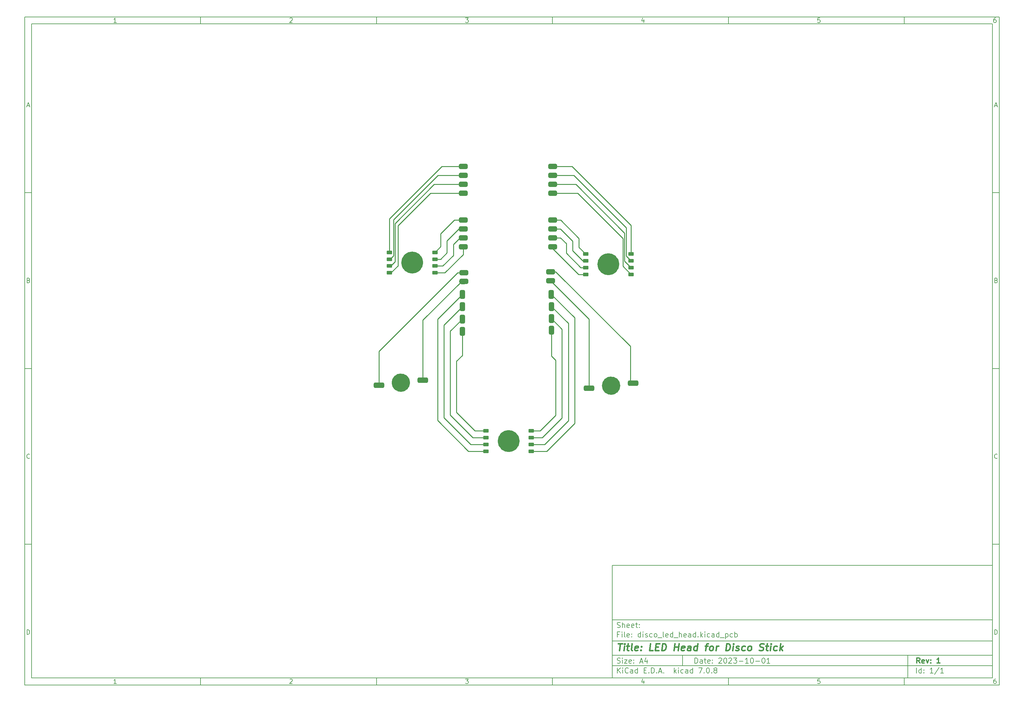
<source format=gbr>
%TF.GenerationSoftware,KiCad,Pcbnew,7.0.8*%
%TF.CreationDate,2024-03-21T08:56:40-07:00*%
%TF.ProjectId,disco_led_head,64697363-6f5f-46c6-9564-5f686561642e,1*%
%TF.SameCoordinates,Original*%
%TF.FileFunction,Copper,L1,Top*%
%TF.FilePolarity,Positive*%
%FSLAX46Y46*%
G04 Gerber Fmt 4.6, Leading zero omitted, Abs format (unit mm)*
G04 Created by KiCad (PCBNEW 7.0.8) date 2024-03-21 08:56:40*
%MOMM*%
%LPD*%
G01*
G04 APERTURE LIST*
G04 Aperture macros list*
%AMRoundRect*
0 Rectangle with rounded corners*
0 $1 Rounding radius*
0 $2 $3 $4 $5 $6 $7 $8 $9 X,Y pos of 4 corners*
0 Add a 4 corners polygon primitive as box body*
4,1,4,$2,$3,$4,$5,$6,$7,$8,$9,$2,$3,0*
0 Add four circle primitives for the rounded corners*
1,1,$1+$1,$2,$3*
1,1,$1+$1,$4,$5*
1,1,$1+$1,$6,$7*
1,1,$1+$1,$8,$9*
0 Add four rect primitives between the rounded corners*
20,1,$1+$1,$2,$3,$4,$5,0*
20,1,$1+$1,$4,$5,$6,$7,0*
20,1,$1+$1,$6,$7,$8,$9,0*
20,1,$1+$1,$8,$9,$2,$3,0*%
G04 Aperture macros list end*
%ADD10C,0.100000*%
%ADD11C,0.150000*%
%ADD12C,0.300000*%
%ADD13C,0.400000*%
%TA.AperFunction,EtchedComponent*%
%ADD14C,2.600000*%
%TD*%
%TA.AperFunction,EtchedComponent*%
%ADD15C,3.100000*%
%TD*%
%TA.AperFunction,SMDPad,CuDef*%
%ADD16RoundRect,0.375000X-0.875000X-0.375000X0.875000X-0.375000X0.875000X0.375000X-0.875000X0.375000X0*%
%TD*%
%TA.AperFunction,SMDPad,CuDef*%
%ADD17RoundRect,0.375000X0.875000X0.375000X-0.875000X0.375000X-0.875000X-0.375000X0.875000X-0.375000X0*%
%TD*%
%TA.AperFunction,SMDPad,CuDef*%
%ADD18RoundRect,0.375000X-0.375000X0.875000X-0.375000X-0.875000X0.375000X-0.875000X0.375000X0.875000X0*%
%TD*%
%TA.AperFunction,SMDPad,CuDef*%
%ADD19RoundRect,0.381000X-1.119000X-0.381000X1.119000X-0.381000X1.119000X0.381000X-1.119000X0.381000X0*%
%TD*%
%TA.AperFunction,SMDPad,CuDef*%
%ADD20RoundRect,0.250000X-0.550000X-0.250000X0.550000X-0.250000X0.550000X0.250000X-0.550000X0.250000X0*%
%TD*%
%TA.AperFunction,SMDPad,CuDef*%
%ADD21RoundRect,0.250000X0.550000X0.250000X-0.550000X0.250000X-0.550000X-0.250000X0.550000X-0.250000X0*%
%TD*%
%TA.AperFunction,Conductor*%
%ADD22C,0.254000*%
%TD*%
%TA.AperFunction,Conductor*%
%ADD23C,1.600000*%
%TD*%
G04 APERTURE END LIST*
D10*
D11*
X177002200Y-166007200D02*
X285002200Y-166007200D01*
X285002200Y-198007200D01*
X177002200Y-198007200D01*
X177002200Y-166007200D01*
D10*
D11*
X10000000Y-10000000D02*
X287002200Y-10000000D01*
X287002200Y-200007200D01*
X10000000Y-200007200D01*
X10000000Y-10000000D01*
D10*
D11*
X12000000Y-12000000D02*
X285002200Y-12000000D01*
X285002200Y-198007200D01*
X12000000Y-198007200D01*
X12000000Y-12000000D01*
D10*
D11*
X60000000Y-12000000D02*
X60000000Y-10000000D01*
D10*
D11*
X110000000Y-12000000D02*
X110000000Y-10000000D01*
D10*
D11*
X160000000Y-12000000D02*
X160000000Y-10000000D01*
D10*
D11*
X210000000Y-12000000D02*
X210000000Y-10000000D01*
D10*
D11*
X260000000Y-12000000D02*
X260000000Y-10000000D01*
D10*
D11*
X36089160Y-11593604D02*
X35346303Y-11593604D01*
X35717731Y-11593604D02*
X35717731Y-10293604D01*
X35717731Y-10293604D02*
X35593922Y-10479319D01*
X35593922Y-10479319D02*
X35470112Y-10603128D01*
X35470112Y-10603128D02*
X35346303Y-10665033D01*
D10*
D11*
X85346303Y-10417414D02*
X85408207Y-10355509D01*
X85408207Y-10355509D02*
X85532017Y-10293604D01*
X85532017Y-10293604D02*
X85841541Y-10293604D01*
X85841541Y-10293604D02*
X85965350Y-10355509D01*
X85965350Y-10355509D02*
X86027255Y-10417414D01*
X86027255Y-10417414D02*
X86089160Y-10541223D01*
X86089160Y-10541223D02*
X86089160Y-10665033D01*
X86089160Y-10665033D02*
X86027255Y-10850747D01*
X86027255Y-10850747D02*
X85284398Y-11593604D01*
X85284398Y-11593604D02*
X86089160Y-11593604D01*
D10*
D11*
X135284398Y-10293604D02*
X136089160Y-10293604D01*
X136089160Y-10293604D02*
X135655826Y-10788842D01*
X135655826Y-10788842D02*
X135841541Y-10788842D01*
X135841541Y-10788842D02*
X135965350Y-10850747D01*
X135965350Y-10850747D02*
X136027255Y-10912652D01*
X136027255Y-10912652D02*
X136089160Y-11036461D01*
X136089160Y-11036461D02*
X136089160Y-11345985D01*
X136089160Y-11345985D02*
X136027255Y-11469795D01*
X136027255Y-11469795D02*
X135965350Y-11531700D01*
X135965350Y-11531700D02*
X135841541Y-11593604D01*
X135841541Y-11593604D02*
X135470112Y-11593604D01*
X135470112Y-11593604D02*
X135346303Y-11531700D01*
X135346303Y-11531700D02*
X135284398Y-11469795D01*
D10*
D11*
X185965350Y-10726938D02*
X185965350Y-11593604D01*
X185655826Y-10231700D02*
X185346303Y-11160271D01*
X185346303Y-11160271D02*
X186151064Y-11160271D01*
D10*
D11*
X236027255Y-10293604D02*
X235408207Y-10293604D01*
X235408207Y-10293604D02*
X235346303Y-10912652D01*
X235346303Y-10912652D02*
X235408207Y-10850747D01*
X235408207Y-10850747D02*
X235532017Y-10788842D01*
X235532017Y-10788842D02*
X235841541Y-10788842D01*
X235841541Y-10788842D02*
X235965350Y-10850747D01*
X235965350Y-10850747D02*
X236027255Y-10912652D01*
X236027255Y-10912652D02*
X236089160Y-11036461D01*
X236089160Y-11036461D02*
X236089160Y-11345985D01*
X236089160Y-11345985D02*
X236027255Y-11469795D01*
X236027255Y-11469795D02*
X235965350Y-11531700D01*
X235965350Y-11531700D02*
X235841541Y-11593604D01*
X235841541Y-11593604D02*
X235532017Y-11593604D01*
X235532017Y-11593604D02*
X235408207Y-11531700D01*
X235408207Y-11531700D02*
X235346303Y-11469795D01*
D10*
D11*
X285965350Y-10293604D02*
X285717731Y-10293604D01*
X285717731Y-10293604D02*
X285593922Y-10355509D01*
X285593922Y-10355509D02*
X285532017Y-10417414D01*
X285532017Y-10417414D02*
X285408207Y-10603128D01*
X285408207Y-10603128D02*
X285346303Y-10850747D01*
X285346303Y-10850747D02*
X285346303Y-11345985D01*
X285346303Y-11345985D02*
X285408207Y-11469795D01*
X285408207Y-11469795D02*
X285470112Y-11531700D01*
X285470112Y-11531700D02*
X285593922Y-11593604D01*
X285593922Y-11593604D02*
X285841541Y-11593604D01*
X285841541Y-11593604D02*
X285965350Y-11531700D01*
X285965350Y-11531700D02*
X286027255Y-11469795D01*
X286027255Y-11469795D02*
X286089160Y-11345985D01*
X286089160Y-11345985D02*
X286089160Y-11036461D01*
X286089160Y-11036461D02*
X286027255Y-10912652D01*
X286027255Y-10912652D02*
X285965350Y-10850747D01*
X285965350Y-10850747D02*
X285841541Y-10788842D01*
X285841541Y-10788842D02*
X285593922Y-10788842D01*
X285593922Y-10788842D02*
X285470112Y-10850747D01*
X285470112Y-10850747D02*
X285408207Y-10912652D01*
X285408207Y-10912652D02*
X285346303Y-11036461D01*
D10*
D11*
X60000000Y-198007200D02*
X60000000Y-200007200D01*
D10*
D11*
X110000000Y-198007200D02*
X110000000Y-200007200D01*
D10*
D11*
X160000000Y-198007200D02*
X160000000Y-200007200D01*
D10*
D11*
X210000000Y-198007200D02*
X210000000Y-200007200D01*
D10*
D11*
X260000000Y-198007200D02*
X260000000Y-200007200D01*
D10*
D11*
X36089160Y-199600804D02*
X35346303Y-199600804D01*
X35717731Y-199600804D02*
X35717731Y-198300804D01*
X35717731Y-198300804D02*
X35593922Y-198486519D01*
X35593922Y-198486519D02*
X35470112Y-198610328D01*
X35470112Y-198610328D02*
X35346303Y-198672233D01*
D10*
D11*
X85346303Y-198424614D02*
X85408207Y-198362709D01*
X85408207Y-198362709D02*
X85532017Y-198300804D01*
X85532017Y-198300804D02*
X85841541Y-198300804D01*
X85841541Y-198300804D02*
X85965350Y-198362709D01*
X85965350Y-198362709D02*
X86027255Y-198424614D01*
X86027255Y-198424614D02*
X86089160Y-198548423D01*
X86089160Y-198548423D02*
X86089160Y-198672233D01*
X86089160Y-198672233D02*
X86027255Y-198857947D01*
X86027255Y-198857947D02*
X85284398Y-199600804D01*
X85284398Y-199600804D02*
X86089160Y-199600804D01*
D10*
D11*
X135284398Y-198300804D02*
X136089160Y-198300804D01*
X136089160Y-198300804D02*
X135655826Y-198796042D01*
X135655826Y-198796042D02*
X135841541Y-198796042D01*
X135841541Y-198796042D02*
X135965350Y-198857947D01*
X135965350Y-198857947D02*
X136027255Y-198919852D01*
X136027255Y-198919852D02*
X136089160Y-199043661D01*
X136089160Y-199043661D02*
X136089160Y-199353185D01*
X136089160Y-199353185D02*
X136027255Y-199476995D01*
X136027255Y-199476995D02*
X135965350Y-199538900D01*
X135965350Y-199538900D02*
X135841541Y-199600804D01*
X135841541Y-199600804D02*
X135470112Y-199600804D01*
X135470112Y-199600804D02*
X135346303Y-199538900D01*
X135346303Y-199538900D02*
X135284398Y-199476995D01*
D10*
D11*
X185965350Y-198734138D02*
X185965350Y-199600804D01*
X185655826Y-198238900D02*
X185346303Y-199167471D01*
X185346303Y-199167471D02*
X186151064Y-199167471D01*
D10*
D11*
X236027255Y-198300804D02*
X235408207Y-198300804D01*
X235408207Y-198300804D02*
X235346303Y-198919852D01*
X235346303Y-198919852D02*
X235408207Y-198857947D01*
X235408207Y-198857947D02*
X235532017Y-198796042D01*
X235532017Y-198796042D02*
X235841541Y-198796042D01*
X235841541Y-198796042D02*
X235965350Y-198857947D01*
X235965350Y-198857947D02*
X236027255Y-198919852D01*
X236027255Y-198919852D02*
X236089160Y-199043661D01*
X236089160Y-199043661D02*
X236089160Y-199353185D01*
X236089160Y-199353185D02*
X236027255Y-199476995D01*
X236027255Y-199476995D02*
X235965350Y-199538900D01*
X235965350Y-199538900D02*
X235841541Y-199600804D01*
X235841541Y-199600804D02*
X235532017Y-199600804D01*
X235532017Y-199600804D02*
X235408207Y-199538900D01*
X235408207Y-199538900D02*
X235346303Y-199476995D01*
D10*
D11*
X285965350Y-198300804D02*
X285717731Y-198300804D01*
X285717731Y-198300804D02*
X285593922Y-198362709D01*
X285593922Y-198362709D02*
X285532017Y-198424614D01*
X285532017Y-198424614D02*
X285408207Y-198610328D01*
X285408207Y-198610328D02*
X285346303Y-198857947D01*
X285346303Y-198857947D02*
X285346303Y-199353185D01*
X285346303Y-199353185D02*
X285408207Y-199476995D01*
X285408207Y-199476995D02*
X285470112Y-199538900D01*
X285470112Y-199538900D02*
X285593922Y-199600804D01*
X285593922Y-199600804D02*
X285841541Y-199600804D01*
X285841541Y-199600804D02*
X285965350Y-199538900D01*
X285965350Y-199538900D02*
X286027255Y-199476995D01*
X286027255Y-199476995D02*
X286089160Y-199353185D01*
X286089160Y-199353185D02*
X286089160Y-199043661D01*
X286089160Y-199043661D02*
X286027255Y-198919852D01*
X286027255Y-198919852D02*
X285965350Y-198857947D01*
X285965350Y-198857947D02*
X285841541Y-198796042D01*
X285841541Y-198796042D02*
X285593922Y-198796042D01*
X285593922Y-198796042D02*
X285470112Y-198857947D01*
X285470112Y-198857947D02*
X285408207Y-198919852D01*
X285408207Y-198919852D02*
X285346303Y-199043661D01*
D10*
D11*
X10000000Y-60000000D02*
X12000000Y-60000000D01*
D10*
D11*
X10000000Y-110000000D02*
X12000000Y-110000000D01*
D10*
D11*
X10000000Y-160000000D02*
X12000000Y-160000000D01*
D10*
D11*
X10690476Y-35222176D02*
X11309523Y-35222176D01*
X10566666Y-35593604D02*
X10999999Y-34293604D01*
X10999999Y-34293604D02*
X11433333Y-35593604D01*
D10*
D11*
X11092857Y-84912652D02*
X11278571Y-84974557D01*
X11278571Y-84974557D02*
X11340476Y-85036461D01*
X11340476Y-85036461D02*
X11402380Y-85160271D01*
X11402380Y-85160271D02*
X11402380Y-85345985D01*
X11402380Y-85345985D02*
X11340476Y-85469795D01*
X11340476Y-85469795D02*
X11278571Y-85531700D01*
X11278571Y-85531700D02*
X11154761Y-85593604D01*
X11154761Y-85593604D02*
X10659523Y-85593604D01*
X10659523Y-85593604D02*
X10659523Y-84293604D01*
X10659523Y-84293604D02*
X11092857Y-84293604D01*
X11092857Y-84293604D02*
X11216666Y-84355509D01*
X11216666Y-84355509D02*
X11278571Y-84417414D01*
X11278571Y-84417414D02*
X11340476Y-84541223D01*
X11340476Y-84541223D02*
X11340476Y-84665033D01*
X11340476Y-84665033D02*
X11278571Y-84788842D01*
X11278571Y-84788842D02*
X11216666Y-84850747D01*
X11216666Y-84850747D02*
X11092857Y-84912652D01*
X11092857Y-84912652D02*
X10659523Y-84912652D01*
D10*
D11*
X11402380Y-135469795D02*
X11340476Y-135531700D01*
X11340476Y-135531700D02*
X11154761Y-135593604D01*
X11154761Y-135593604D02*
X11030952Y-135593604D01*
X11030952Y-135593604D02*
X10845238Y-135531700D01*
X10845238Y-135531700D02*
X10721428Y-135407890D01*
X10721428Y-135407890D02*
X10659523Y-135284080D01*
X10659523Y-135284080D02*
X10597619Y-135036461D01*
X10597619Y-135036461D02*
X10597619Y-134850747D01*
X10597619Y-134850747D02*
X10659523Y-134603128D01*
X10659523Y-134603128D02*
X10721428Y-134479319D01*
X10721428Y-134479319D02*
X10845238Y-134355509D01*
X10845238Y-134355509D02*
X11030952Y-134293604D01*
X11030952Y-134293604D02*
X11154761Y-134293604D01*
X11154761Y-134293604D02*
X11340476Y-134355509D01*
X11340476Y-134355509D02*
X11402380Y-134417414D01*
D10*
D11*
X10659523Y-185593604D02*
X10659523Y-184293604D01*
X10659523Y-184293604D02*
X10969047Y-184293604D01*
X10969047Y-184293604D02*
X11154761Y-184355509D01*
X11154761Y-184355509D02*
X11278571Y-184479319D01*
X11278571Y-184479319D02*
X11340476Y-184603128D01*
X11340476Y-184603128D02*
X11402380Y-184850747D01*
X11402380Y-184850747D02*
X11402380Y-185036461D01*
X11402380Y-185036461D02*
X11340476Y-185284080D01*
X11340476Y-185284080D02*
X11278571Y-185407890D01*
X11278571Y-185407890D02*
X11154761Y-185531700D01*
X11154761Y-185531700D02*
X10969047Y-185593604D01*
X10969047Y-185593604D02*
X10659523Y-185593604D01*
D10*
D11*
X287002200Y-60000000D02*
X285002200Y-60000000D01*
D10*
D11*
X287002200Y-110000000D02*
X285002200Y-110000000D01*
D10*
D11*
X287002200Y-160000000D02*
X285002200Y-160000000D01*
D10*
D11*
X285692676Y-35222176D02*
X286311723Y-35222176D01*
X285568866Y-35593604D02*
X286002199Y-34293604D01*
X286002199Y-34293604D02*
X286435533Y-35593604D01*
D10*
D11*
X286095057Y-84912652D02*
X286280771Y-84974557D01*
X286280771Y-84974557D02*
X286342676Y-85036461D01*
X286342676Y-85036461D02*
X286404580Y-85160271D01*
X286404580Y-85160271D02*
X286404580Y-85345985D01*
X286404580Y-85345985D02*
X286342676Y-85469795D01*
X286342676Y-85469795D02*
X286280771Y-85531700D01*
X286280771Y-85531700D02*
X286156961Y-85593604D01*
X286156961Y-85593604D02*
X285661723Y-85593604D01*
X285661723Y-85593604D02*
X285661723Y-84293604D01*
X285661723Y-84293604D02*
X286095057Y-84293604D01*
X286095057Y-84293604D02*
X286218866Y-84355509D01*
X286218866Y-84355509D02*
X286280771Y-84417414D01*
X286280771Y-84417414D02*
X286342676Y-84541223D01*
X286342676Y-84541223D02*
X286342676Y-84665033D01*
X286342676Y-84665033D02*
X286280771Y-84788842D01*
X286280771Y-84788842D02*
X286218866Y-84850747D01*
X286218866Y-84850747D02*
X286095057Y-84912652D01*
X286095057Y-84912652D02*
X285661723Y-84912652D01*
D10*
D11*
X286404580Y-135469795D02*
X286342676Y-135531700D01*
X286342676Y-135531700D02*
X286156961Y-135593604D01*
X286156961Y-135593604D02*
X286033152Y-135593604D01*
X286033152Y-135593604D02*
X285847438Y-135531700D01*
X285847438Y-135531700D02*
X285723628Y-135407890D01*
X285723628Y-135407890D02*
X285661723Y-135284080D01*
X285661723Y-135284080D02*
X285599819Y-135036461D01*
X285599819Y-135036461D02*
X285599819Y-134850747D01*
X285599819Y-134850747D02*
X285661723Y-134603128D01*
X285661723Y-134603128D02*
X285723628Y-134479319D01*
X285723628Y-134479319D02*
X285847438Y-134355509D01*
X285847438Y-134355509D02*
X286033152Y-134293604D01*
X286033152Y-134293604D02*
X286156961Y-134293604D01*
X286156961Y-134293604D02*
X286342676Y-134355509D01*
X286342676Y-134355509D02*
X286404580Y-134417414D01*
D10*
D11*
X285661723Y-185593604D02*
X285661723Y-184293604D01*
X285661723Y-184293604D02*
X285971247Y-184293604D01*
X285971247Y-184293604D02*
X286156961Y-184355509D01*
X286156961Y-184355509D02*
X286280771Y-184479319D01*
X286280771Y-184479319D02*
X286342676Y-184603128D01*
X286342676Y-184603128D02*
X286404580Y-184850747D01*
X286404580Y-184850747D02*
X286404580Y-185036461D01*
X286404580Y-185036461D02*
X286342676Y-185284080D01*
X286342676Y-185284080D02*
X286280771Y-185407890D01*
X286280771Y-185407890D02*
X286156961Y-185531700D01*
X286156961Y-185531700D02*
X285971247Y-185593604D01*
X285971247Y-185593604D02*
X285661723Y-185593604D01*
D10*
D11*
X200458026Y-193793328D02*
X200458026Y-192293328D01*
X200458026Y-192293328D02*
X200815169Y-192293328D01*
X200815169Y-192293328D02*
X201029455Y-192364757D01*
X201029455Y-192364757D02*
X201172312Y-192507614D01*
X201172312Y-192507614D02*
X201243741Y-192650471D01*
X201243741Y-192650471D02*
X201315169Y-192936185D01*
X201315169Y-192936185D02*
X201315169Y-193150471D01*
X201315169Y-193150471D02*
X201243741Y-193436185D01*
X201243741Y-193436185D02*
X201172312Y-193579042D01*
X201172312Y-193579042D02*
X201029455Y-193721900D01*
X201029455Y-193721900D02*
X200815169Y-193793328D01*
X200815169Y-193793328D02*
X200458026Y-193793328D01*
X202600884Y-193793328D02*
X202600884Y-193007614D01*
X202600884Y-193007614D02*
X202529455Y-192864757D01*
X202529455Y-192864757D02*
X202386598Y-192793328D01*
X202386598Y-192793328D02*
X202100884Y-192793328D01*
X202100884Y-192793328D02*
X201958026Y-192864757D01*
X202600884Y-193721900D02*
X202458026Y-193793328D01*
X202458026Y-193793328D02*
X202100884Y-193793328D01*
X202100884Y-193793328D02*
X201958026Y-193721900D01*
X201958026Y-193721900D02*
X201886598Y-193579042D01*
X201886598Y-193579042D02*
X201886598Y-193436185D01*
X201886598Y-193436185D02*
X201958026Y-193293328D01*
X201958026Y-193293328D02*
X202100884Y-193221900D01*
X202100884Y-193221900D02*
X202458026Y-193221900D01*
X202458026Y-193221900D02*
X202600884Y-193150471D01*
X203100884Y-192793328D02*
X203672312Y-192793328D01*
X203315169Y-192293328D02*
X203315169Y-193579042D01*
X203315169Y-193579042D02*
X203386598Y-193721900D01*
X203386598Y-193721900D02*
X203529455Y-193793328D01*
X203529455Y-193793328D02*
X203672312Y-193793328D01*
X204743741Y-193721900D02*
X204600884Y-193793328D01*
X204600884Y-193793328D02*
X204315170Y-193793328D01*
X204315170Y-193793328D02*
X204172312Y-193721900D01*
X204172312Y-193721900D02*
X204100884Y-193579042D01*
X204100884Y-193579042D02*
X204100884Y-193007614D01*
X204100884Y-193007614D02*
X204172312Y-192864757D01*
X204172312Y-192864757D02*
X204315170Y-192793328D01*
X204315170Y-192793328D02*
X204600884Y-192793328D01*
X204600884Y-192793328D02*
X204743741Y-192864757D01*
X204743741Y-192864757D02*
X204815170Y-193007614D01*
X204815170Y-193007614D02*
X204815170Y-193150471D01*
X204815170Y-193150471D02*
X204100884Y-193293328D01*
X205458026Y-193650471D02*
X205529455Y-193721900D01*
X205529455Y-193721900D02*
X205458026Y-193793328D01*
X205458026Y-193793328D02*
X205386598Y-193721900D01*
X205386598Y-193721900D02*
X205458026Y-193650471D01*
X205458026Y-193650471D02*
X205458026Y-193793328D01*
X205458026Y-192864757D02*
X205529455Y-192936185D01*
X205529455Y-192936185D02*
X205458026Y-193007614D01*
X205458026Y-193007614D02*
X205386598Y-192936185D01*
X205386598Y-192936185D02*
X205458026Y-192864757D01*
X205458026Y-192864757D02*
X205458026Y-193007614D01*
X207243741Y-192436185D02*
X207315169Y-192364757D01*
X207315169Y-192364757D02*
X207458027Y-192293328D01*
X207458027Y-192293328D02*
X207815169Y-192293328D01*
X207815169Y-192293328D02*
X207958027Y-192364757D01*
X207958027Y-192364757D02*
X208029455Y-192436185D01*
X208029455Y-192436185D02*
X208100884Y-192579042D01*
X208100884Y-192579042D02*
X208100884Y-192721900D01*
X208100884Y-192721900D02*
X208029455Y-192936185D01*
X208029455Y-192936185D02*
X207172312Y-193793328D01*
X207172312Y-193793328D02*
X208100884Y-193793328D01*
X209029455Y-192293328D02*
X209172312Y-192293328D01*
X209172312Y-192293328D02*
X209315169Y-192364757D01*
X209315169Y-192364757D02*
X209386598Y-192436185D01*
X209386598Y-192436185D02*
X209458026Y-192579042D01*
X209458026Y-192579042D02*
X209529455Y-192864757D01*
X209529455Y-192864757D02*
X209529455Y-193221900D01*
X209529455Y-193221900D02*
X209458026Y-193507614D01*
X209458026Y-193507614D02*
X209386598Y-193650471D01*
X209386598Y-193650471D02*
X209315169Y-193721900D01*
X209315169Y-193721900D02*
X209172312Y-193793328D01*
X209172312Y-193793328D02*
X209029455Y-193793328D01*
X209029455Y-193793328D02*
X208886598Y-193721900D01*
X208886598Y-193721900D02*
X208815169Y-193650471D01*
X208815169Y-193650471D02*
X208743740Y-193507614D01*
X208743740Y-193507614D02*
X208672312Y-193221900D01*
X208672312Y-193221900D02*
X208672312Y-192864757D01*
X208672312Y-192864757D02*
X208743740Y-192579042D01*
X208743740Y-192579042D02*
X208815169Y-192436185D01*
X208815169Y-192436185D02*
X208886598Y-192364757D01*
X208886598Y-192364757D02*
X209029455Y-192293328D01*
X210100883Y-192436185D02*
X210172311Y-192364757D01*
X210172311Y-192364757D02*
X210315169Y-192293328D01*
X210315169Y-192293328D02*
X210672311Y-192293328D01*
X210672311Y-192293328D02*
X210815169Y-192364757D01*
X210815169Y-192364757D02*
X210886597Y-192436185D01*
X210886597Y-192436185D02*
X210958026Y-192579042D01*
X210958026Y-192579042D02*
X210958026Y-192721900D01*
X210958026Y-192721900D02*
X210886597Y-192936185D01*
X210886597Y-192936185D02*
X210029454Y-193793328D01*
X210029454Y-193793328D02*
X210958026Y-193793328D01*
X211458025Y-192293328D02*
X212386597Y-192293328D01*
X212386597Y-192293328D02*
X211886597Y-192864757D01*
X211886597Y-192864757D02*
X212100882Y-192864757D01*
X212100882Y-192864757D02*
X212243740Y-192936185D01*
X212243740Y-192936185D02*
X212315168Y-193007614D01*
X212315168Y-193007614D02*
X212386597Y-193150471D01*
X212386597Y-193150471D02*
X212386597Y-193507614D01*
X212386597Y-193507614D02*
X212315168Y-193650471D01*
X212315168Y-193650471D02*
X212243740Y-193721900D01*
X212243740Y-193721900D02*
X212100882Y-193793328D01*
X212100882Y-193793328D02*
X211672311Y-193793328D01*
X211672311Y-193793328D02*
X211529454Y-193721900D01*
X211529454Y-193721900D02*
X211458025Y-193650471D01*
X213029453Y-193221900D02*
X214172311Y-193221900D01*
X215672311Y-193793328D02*
X214815168Y-193793328D01*
X215243739Y-193793328D02*
X215243739Y-192293328D01*
X215243739Y-192293328D02*
X215100882Y-192507614D01*
X215100882Y-192507614D02*
X214958025Y-192650471D01*
X214958025Y-192650471D02*
X214815168Y-192721900D01*
X216600882Y-192293328D02*
X216743739Y-192293328D01*
X216743739Y-192293328D02*
X216886596Y-192364757D01*
X216886596Y-192364757D02*
X216958025Y-192436185D01*
X216958025Y-192436185D02*
X217029453Y-192579042D01*
X217029453Y-192579042D02*
X217100882Y-192864757D01*
X217100882Y-192864757D02*
X217100882Y-193221900D01*
X217100882Y-193221900D02*
X217029453Y-193507614D01*
X217029453Y-193507614D02*
X216958025Y-193650471D01*
X216958025Y-193650471D02*
X216886596Y-193721900D01*
X216886596Y-193721900D02*
X216743739Y-193793328D01*
X216743739Y-193793328D02*
X216600882Y-193793328D01*
X216600882Y-193793328D02*
X216458025Y-193721900D01*
X216458025Y-193721900D02*
X216386596Y-193650471D01*
X216386596Y-193650471D02*
X216315167Y-193507614D01*
X216315167Y-193507614D02*
X216243739Y-193221900D01*
X216243739Y-193221900D02*
X216243739Y-192864757D01*
X216243739Y-192864757D02*
X216315167Y-192579042D01*
X216315167Y-192579042D02*
X216386596Y-192436185D01*
X216386596Y-192436185D02*
X216458025Y-192364757D01*
X216458025Y-192364757D02*
X216600882Y-192293328D01*
X217743738Y-193221900D02*
X218886596Y-193221900D01*
X219886596Y-192293328D02*
X220029453Y-192293328D01*
X220029453Y-192293328D02*
X220172310Y-192364757D01*
X220172310Y-192364757D02*
X220243739Y-192436185D01*
X220243739Y-192436185D02*
X220315167Y-192579042D01*
X220315167Y-192579042D02*
X220386596Y-192864757D01*
X220386596Y-192864757D02*
X220386596Y-193221900D01*
X220386596Y-193221900D02*
X220315167Y-193507614D01*
X220315167Y-193507614D02*
X220243739Y-193650471D01*
X220243739Y-193650471D02*
X220172310Y-193721900D01*
X220172310Y-193721900D02*
X220029453Y-193793328D01*
X220029453Y-193793328D02*
X219886596Y-193793328D01*
X219886596Y-193793328D02*
X219743739Y-193721900D01*
X219743739Y-193721900D02*
X219672310Y-193650471D01*
X219672310Y-193650471D02*
X219600881Y-193507614D01*
X219600881Y-193507614D02*
X219529453Y-193221900D01*
X219529453Y-193221900D02*
X219529453Y-192864757D01*
X219529453Y-192864757D02*
X219600881Y-192579042D01*
X219600881Y-192579042D02*
X219672310Y-192436185D01*
X219672310Y-192436185D02*
X219743739Y-192364757D01*
X219743739Y-192364757D02*
X219886596Y-192293328D01*
X221815167Y-193793328D02*
X220958024Y-193793328D01*
X221386595Y-193793328D02*
X221386595Y-192293328D01*
X221386595Y-192293328D02*
X221243738Y-192507614D01*
X221243738Y-192507614D02*
X221100881Y-192650471D01*
X221100881Y-192650471D02*
X220958024Y-192721900D01*
D10*
D11*
X177002200Y-194507200D02*
X285002200Y-194507200D01*
D10*
D11*
X178458026Y-196593328D02*
X178458026Y-195093328D01*
X179315169Y-196593328D02*
X178672312Y-195736185D01*
X179315169Y-195093328D02*
X178458026Y-195950471D01*
X179958026Y-196593328D02*
X179958026Y-195593328D01*
X179958026Y-195093328D02*
X179886598Y-195164757D01*
X179886598Y-195164757D02*
X179958026Y-195236185D01*
X179958026Y-195236185D02*
X180029455Y-195164757D01*
X180029455Y-195164757D02*
X179958026Y-195093328D01*
X179958026Y-195093328D02*
X179958026Y-195236185D01*
X181529455Y-196450471D02*
X181458027Y-196521900D01*
X181458027Y-196521900D02*
X181243741Y-196593328D01*
X181243741Y-196593328D02*
X181100884Y-196593328D01*
X181100884Y-196593328D02*
X180886598Y-196521900D01*
X180886598Y-196521900D02*
X180743741Y-196379042D01*
X180743741Y-196379042D02*
X180672312Y-196236185D01*
X180672312Y-196236185D02*
X180600884Y-195950471D01*
X180600884Y-195950471D02*
X180600884Y-195736185D01*
X180600884Y-195736185D02*
X180672312Y-195450471D01*
X180672312Y-195450471D02*
X180743741Y-195307614D01*
X180743741Y-195307614D02*
X180886598Y-195164757D01*
X180886598Y-195164757D02*
X181100884Y-195093328D01*
X181100884Y-195093328D02*
X181243741Y-195093328D01*
X181243741Y-195093328D02*
X181458027Y-195164757D01*
X181458027Y-195164757D02*
X181529455Y-195236185D01*
X182815170Y-196593328D02*
X182815170Y-195807614D01*
X182815170Y-195807614D02*
X182743741Y-195664757D01*
X182743741Y-195664757D02*
X182600884Y-195593328D01*
X182600884Y-195593328D02*
X182315170Y-195593328D01*
X182315170Y-195593328D02*
X182172312Y-195664757D01*
X182815170Y-196521900D02*
X182672312Y-196593328D01*
X182672312Y-196593328D02*
X182315170Y-196593328D01*
X182315170Y-196593328D02*
X182172312Y-196521900D01*
X182172312Y-196521900D02*
X182100884Y-196379042D01*
X182100884Y-196379042D02*
X182100884Y-196236185D01*
X182100884Y-196236185D02*
X182172312Y-196093328D01*
X182172312Y-196093328D02*
X182315170Y-196021900D01*
X182315170Y-196021900D02*
X182672312Y-196021900D01*
X182672312Y-196021900D02*
X182815170Y-195950471D01*
X184172313Y-196593328D02*
X184172313Y-195093328D01*
X184172313Y-196521900D02*
X184029455Y-196593328D01*
X184029455Y-196593328D02*
X183743741Y-196593328D01*
X183743741Y-196593328D02*
X183600884Y-196521900D01*
X183600884Y-196521900D02*
X183529455Y-196450471D01*
X183529455Y-196450471D02*
X183458027Y-196307614D01*
X183458027Y-196307614D02*
X183458027Y-195879042D01*
X183458027Y-195879042D02*
X183529455Y-195736185D01*
X183529455Y-195736185D02*
X183600884Y-195664757D01*
X183600884Y-195664757D02*
X183743741Y-195593328D01*
X183743741Y-195593328D02*
X184029455Y-195593328D01*
X184029455Y-195593328D02*
X184172313Y-195664757D01*
X186029455Y-195807614D02*
X186529455Y-195807614D01*
X186743741Y-196593328D02*
X186029455Y-196593328D01*
X186029455Y-196593328D02*
X186029455Y-195093328D01*
X186029455Y-195093328D02*
X186743741Y-195093328D01*
X187386598Y-196450471D02*
X187458027Y-196521900D01*
X187458027Y-196521900D02*
X187386598Y-196593328D01*
X187386598Y-196593328D02*
X187315170Y-196521900D01*
X187315170Y-196521900D02*
X187386598Y-196450471D01*
X187386598Y-196450471D02*
X187386598Y-196593328D01*
X188100884Y-196593328D02*
X188100884Y-195093328D01*
X188100884Y-195093328D02*
X188458027Y-195093328D01*
X188458027Y-195093328D02*
X188672313Y-195164757D01*
X188672313Y-195164757D02*
X188815170Y-195307614D01*
X188815170Y-195307614D02*
X188886599Y-195450471D01*
X188886599Y-195450471D02*
X188958027Y-195736185D01*
X188958027Y-195736185D02*
X188958027Y-195950471D01*
X188958027Y-195950471D02*
X188886599Y-196236185D01*
X188886599Y-196236185D02*
X188815170Y-196379042D01*
X188815170Y-196379042D02*
X188672313Y-196521900D01*
X188672313Y-196521900D02*
X188458027Y-196593328D01*
X188458027Y-196593328D02*
X188100884Y-196593328D01*
X189600884Y-196450471D02*
X189672313Y-196521900D01*
X189672313Y-196521900D02*
X189600884Y-196593328D01*
X189600884Y-196593328D02*
X189529456Y-196521900D01*
X189529456Y-196521900D02*
X189600884Y-196450471D01*
X189600884Y-196450471D02*
X189600884Y-196593328D01*
X190243742Y-196164757D02*
X190958028Y-196164757D01*
X190100885Y-196593328D02*
X190600885Y-195093328D01*
X190600885Y-195093328D02*
X191100885Y-196593328D01*
X191600884Y-196450471D02*
X191672313Y-196521900D01*
X191672313Y-196521900D02*
X191600884Y-196593328D01*
X191600884Y-196593328D02*
X191529456Y-196521900D01*
X191529456Y-196521900D02*
X191600884Y-196450471D01*
X191600884Y-196450471D02*
X191600884Y-196593328D01*
X194600884Y-196593328D02*
X194600884Y-195093328D01*
X194743742Y-196021900D02*
X195172313Y-196593328D01*
X195172313Y-195593328D02*
X194600884Y-196164757D01*
X195815170Y-196593328D02*
X195815170Y-195593328D01*
X195815170Y-195093328D02*
X195743742Y-195164757D01*
X195743742Y-195164757D02*
X195815170Y-195236185D01*
X195815170Y-195236185D02*
X195886599Y-195164757D01*
X195886599Y-195164757D02*
X195815170Y-195093328D01*
X195815170Y-195093328D02*
X195815170Y-195236185D01*
X197172314Y-196521900D02*
X197029456Y-196593328D01*
X197029456Y-196593328D02*
X196743742Y-196593328D01*
X196743742Y-196593328D02*
X196600885Y-196521900D01*
X196600885Y-196521900D02*
X196529456Y-196450471D01*
X196529456Y-196450471D02*
X196458028Y-196307614D01*
X196458028Y-196307614D02*
X196458028Y-195879042D01*
X196458028Y-195879042D02*
X196529456Y-195736185D01*
X196529456Y-195736185D02*
X196600885Y-195664757D01*
X196600885Y-195664757D02*
X196743742Y-195593328D01*
X196743742Y-195593328D02*
X197029456Y-195593328D01*
X197029456Y-195593328D02*
X197172314Y-195664757D01*
X198458028Y-196593328D02*
X198458028Y-195807614D01*
X198458028Y-195807614D02*
X198386599Y-195664757D01*
X198386599Y-195664757D02*
X198243742Y-195593328D01*
X198243742Y-195593328D02*
X197958028Y-195593328D01*
X197958028Y-195593328D02*
X197815170Y-195664757D01*
X198458028Y-196521900D02*
X198315170Y-196593328D01*
X198315170Y-196593328D02*
X197958028Y-196593328D01*
X197958028Y-196593328D02*
X197815170Y-196521900D01*
X197815170Y-196521900D02*
X197743742Y-196379042D01*
X197743742Y-196379042D02*
X197743742Y-196236185D01*
X197743742Y-196236185D02*
X197815170Y-196093328D01*
X197815170Y-196093328D02*
X197958028Y-196021900D01*
X197958028Y-196021900D02*
X198315170Y-196021900D01*
X198315170Y-196021900D02*
X198458028Y-195950471D01*
X199815171Y-196593328D02*
X199815171Y-195093328D01*
X199815171Y-196521900D02*
X199672313Y-196593328D01*
X199672313Y-196593328D02*
X199386599Y-196593328D01*
X199386599Y-196593328D02*
X199243742Y-196521900D01*
X199243742Y-196521900D02*
X199172313Y-196450471D01*
X199172313Y-196450471D02*
X199100885Y-196307614D01*
X199100885Y-196307614D02*
X199100885Y-195879042D01*
X199100885Y-195879042D02*
X199172313Y-195736185D01*
X199172313Y-195736185D02*
X199243742Y-195664757D01*
X199243742Y-195664757D02*
X199386599Y-195593328D01*
X199386599Y-195593328D02*
X199672313Y-195593328D01*
X199672313Y-195593328D02*
X199815171Y-195664757D01*
X201529456Y-195093328D02*
X202529456Y-195093328D01*
X202529456Y-195093328D02*
X201886599Y-196593328D01*
X203100884Y-196450471D02*
X203172313Y-196521900D01*
X203172313Y-196521900D02*
X203100884Y-196593328D01*
X203100884Y-196593328D02*
X203029456Y-196521900D01*
X203029456Y-196521900D02*
X203100884Y-196450471D01*
X203100884Y-196450471D02*
X203100884Y-196593328D01*
X204100885Y-195093328D02*
X204243742Y-195093328D01*
X204243742Y-195093328D02*
X204386599Y-195164757D01*
X204386599Y-195164757D02*
X204458028Y-195236185D01*
X204458028Y-195236185D02*
X204529456Y-195379042D01*
X204529456Y-195379042D02*
X204600885Y-195664757D01*
X204600885Y-195664757D02*
X204600885Y-196021900D01*
X204600885Y-196021900D02*
X204529456Y-196307614D01*
X204529456Y-196307614D02*
X204458028Y-196450471D01*
X204458028Y-196450471D02*
X204386599Y-196521900D01*
X204386599Y-196521900D02*
X204243742Y-196593328D01*
X204243742Y-196593328D02*
X204100885Y-196593328D01*
X204100885Y-196593328D02*
X203958028Y-196521900D01*
X203958028Y-196521900D02*
X203886599Y-196450471D01*
X203886599Y-196450471D02*
X203815170Y-196307614D01*
X203815170Y-196307614D02*
X203743742Y-196021900D01*
X203743742Y-196021900D02*
X203743742Y-195664757D01*
X203743742Y-195664757D02*
X203815170Y-195379042D01*
X203815170Y-195379042D02*
X203886599Y-195236185D01*
X203886599Y-195236185D02*
X203958028Y-195164757D01*
X203958028Y-195164757D02*
X204100885Y-195093328D01*
X205243741Y-196450471D02*
X205315170Y-196521900D01*
X205315170Y-196521900D02*
X205243741Y-196593328D01*
X205243741Y-196593328D02*
X205172313Y-196521900D01*
X205172313Y-196521900D02*
X205243741Y-196450471D01*
X205243741Y-196450471D02*
X205243741Y-196593328D01*
X206172313Y-195736185D02*
X206029456Y-195664757D01*
X206029456Y-195664757D02*
X205958027Y-195593328D01*
X205958027Y-195593328D02*
X205886599Y-195450471D01*
X205886599Y-195450471D02*
X205886599Y-195379042D01*
X205886599Y-195379042D02*
X205958027Y-195236185D01*
X205958027Y-195236185D02*
X206029456Y-195164757D01*
X206029456Y-195164757D02*
X206172313Y-195093328D01*
X206172313Y-195093328D02*
X206458027Y-195093328D01*
X206458027Y-195093328D02*
X206600885Y-195164757D01*
X206600885Y-195164757D02*
X206672313Y-195236185D01*
X206672313Y-195236185D02*
X206743742Y-195379042D01*
X206743742Y-195379042D02*
X206743742Y-195450471D01*
X206743742Y-195450471D02*
X206672313Y-195593328D01*
X206672313Y-195593328D02*
X206600885Y-195664757D01*
X206600885Y-195664757D02*
X206458027Y-195736185D01*
X206458027Y-195736185D02*
X206172313Y-195736185D01*
X206172313Y-195736185D02*
X206029456Y-195807614D01*
X206029456Y-195807614D02*
X205958027Y-195879042D01*
X205958027Y-195879042D02*
X205886599Y-196021900D01*
X205886599Y-196021900D02*
X205886599Y-196307614D01*
X205886599Y-196307614D02*
X205958027Y-196450471D01*
X205958027Y-196450471D02*
X206029456Y-196521900D01*
X206029456Y-196521900D02*
X206172313Y-196593328D01*
X206172313Y-196593328D02*
X206458027Y-196593328D01*
X206458027Y-196593328D02*
X206600885Y-196521900D01*
X206600885Y-196521900D02*
X206672313Y-196450471D01*
X206672313Y-196450471D02*
X206743742Y-196307614D01*
X206743742Y-196307614D02*
X206743742Y-196021900D01*
X206743742Y-196021900D02*
X206672313Y-195879042D01*
X206672313Y-195879042D02*
X206600885Y-195807614D01*
X206600885Y-195807614D02*
X206458027Y-195736185D01*
D10*
D11*
X177002200Y-191507200D02*
X285002200Y-191507200D01*
D10*
D12*
X264413853Y-193785528D02*
X263913853Y-193071242D01*
X263556710Y-193785528D02*
X263556710Y-192285528D01*
X263556710Y-192285528D02*
X264128139Y-192285528D01*
X264128139Y-192285528D02*
X264270996Y-192356957D01*
X264270996Y-192356957D02*
X264342425Y-192428385D01*
X264342425Y-192428385D02*
X264413853Y-192571242D01*
X264413853Y-192571242D02*
X264413853Y-192785528D01*
X264413853Y-192785528D02*
X264342425Y-192928385D01*
X264342425Y-192928385D02*
X264270996Y-192999814D01*
X264270996Y-192999814D02*
X264128139Y-193071242D01*
X264128139Y-193071242D02*
X263556710Y-193071242D01*
X265628139Y-193714100D02*
X265485282Y-193785528D01*
X265485282Y-193785528D02*
X265199568Y-193785528D01*
X265199568Y-193785528D02*
X265056710Y-193714100D01*
X265056710Y-193714100D02*
X264985282Y-193571242D01*
X264985282Y-193571242D02*
X264985282Y-192999814D01*
X264985282Y-192999814D02*
X265056710Y-192856957D01*
X265056710Y-192856957D02*
X265199568Y-192785528D01*
X265199568Y-192785528D02*
X265485282Y-192785528D01*
X265485282Y-192785528D02*
X265628139Y-192856957D01*
X265628139Y-192856957D02*
X265699568Y-192999814D01*
X265699568Y-192999814D02*
X265699568Y-193142671D01*
X265699568Y-193142671D02*
X264985282Y-193285528D01*
X266199567Y-192785528D02*
X266556710Y-193785528D01*
X266556710Y-193785528D02*
X266913853Y-192785528D01*
X267485281Y-193642671D02*
X267556710Y-193714100D01*
X267556710Y-193714100D02*
X267485281Y-193785528D01*
X267485281Y-193785528D02*
X267413853Y-193714100D01*
X267413853Y-193714100D02*
X267485281Y-193642671D01*
X267485281Y-193642671D02*
X267485281Y-193785528D01*
X267485281Y-192856957D02*
X267556710Y-192928385D01*
X267556710Y-192928385D02*
X267485281Y-192999814D01*
X267485281Y-192999814D02*
X267413853Y-192928385D01*
X267413853Y-192928385D02*
X267485281Y-192856957D01*
X267485281Y-192856957D02*
X267485281Y-192999814D01*
X270128139Y-193785528D02*
X269270996Y-193785528D01*
X269699567Y-193785528D02*
X269699567Y-192285528D01*
X269699567Y-192285528D02*
X269556710Y-192499814D01*
X269556710Y-192499814D02*
X269413853Y-192642671D01*
X269413853Y-192642671D02*
X269270996Y-192714100D01*
D10*
D11*
X178386598Y-193721900D02*
X178600884Y-193793328D01*
X178600884Y-193793328D02*
X178958026Y-193793328D01*
X178958026Y-193793328D02*
X179100884Y-193721900D01*
X179100884Y-193721900D02*
X179172312Y-193650471D01*
X179172312Y-193650471D02*
X179243741Y-193507614D01*
X179243741Y-193507614D02*
X179243741Y-193364757D01*
X179243741Y-193364757D02*
X179172312Y-193221900D01*
X179172312Y-193221900D02*
X179100884Y-193150471D01*
X179100884Y-193150471D02*
X178958026Y-193079042D01*
X178958026Y-193079042D02*
X178672312Y-193007614D01*
X178672312Y-193007614D02*
X178529455Y-192936185D01*
X178529455Y-192936185D02*
X178458026Y-192864757D01*
X178458026Y-192864757D02*
X178386598Y-192721900D01*
X178386598Y-192721900D02*
X178386598Y-192579042D01*
X178386598Y-192579042D02*
X178458026Y-192436185D01*
X178458026Y-192436185D02*
X178529455Y-192364757D01*
X178529455Y-192364757D02*
X178672312Y-192293328D01*
X178672312Y-192293328D02*
X179029455Y-192293328D01*
X179029455Y-192293328D02*
X179243741Y-192364757D01*
X179886597Y-193793328D02*
X179886597Y-192793328D01*
X179886597Y-192293328D02*
X179815169Y-192364757D01*
X179815169Y-192364757D02*
X179886597Y-192436185D01*
X179886597Y-192436185D02*
X179958026Y-192364757D01*
X179958026Y-192364757D02*
X179886597Y-192293328D01*
X179886597Y-192293328D02*
X179886597Y-192436185D01*
X180458026Y-192793328D02*
X181243741Y-192793328D01*
X181243741Y-192793328D02*
X180458026Y-193793328D01*
X180458026Y-193793328D02*
X181243741Y-193793328D01*
X182386598Y-193721900D02*
X182243741Y-193793328D01*
X182243741Y-193793328D02*
X181958027Y-193793328D01*
X181958027Y-193793328D02*
X181815169Y-193721900D01*
X181815169Y-193721900D02*
X181743741Y-193579042D01*
X181743741Y-193579042D02*
X181743741Y-193007614D01*
X181743741Y-193007614D02*
X181815169Y-192864757D01*
X181815169Y-192864757D02*
X181958027Y-192793328D01*
X181958027Y-192793328D02*
X182243741Y-192793328D01*
X182243741Y-192793328D02*
X182386598Y-192864757D01*
X182386598Y-192864757D02*
X182458027Y-193007614D01*
X182458027Y-193007614D02*
X182458027Y-193150471D01*
X182458027Y-193150471D02*
X181743741Y-193293328D01*
X183100883Y-193650471D02*
X183172312Y-193721900D01*
X183172312Y-193721900D02*
X183100883Y-193793328D01*
X183100883Y-193793328D02*
X183029455Y-193721900D01*
X183029455Y-193721900D02*
X183100883Y-193650471D01*
X183100883Y-193650471D02*
X183100883Y-193793328D01*
X183100883Y-192864757D02*
X183172312Y-192936185D01*
X183172312Y-192936185D02*
X183100883Y-193007614D01*
X183100883Y-193007614D02*
X183029455Y-192936185D01*
X183029455Y-192936185D02*
X183100883Y-192864757D01*
X183100883Y-192864757D02*
X183100883Y-193007614D01*
X184886598Y-193364757D02*
X185600884Y-193364757D01*
X184743741Y-193793328D02*
X185243741Y-192293328D01*
X185243741Y-192293328D02*
X185743741Y-193793328D01*
X186886598Y-192793328D02*
X186886598Y-193793328D01*
X186529455Y-192221900D02*
X186172312Y-193293328D01*
X186172312Y-193293328D02*
X187100883Y-193293328D01*
D10*
D11*
X263458026Y-196593328D02*
X263458026Y-195093328D01*
X264815170Y-196593328D02*
X264815170Y-195093328D01*
X264815170Y-196521900D02*
X264672312Y-196593328D01*
X264672312Y-196593328D02*
X264386598Y-196593328D01*
X264386598Y-196593328D02*
X264243741Y-196521900D01*
X264243741Y-196521900D02*
X264172312Y-196450471D01*
X264172312Y-196450471D02*
X264100884Y-196307614D01*
X264100884Y-196307614D02*
X264100884Y-195879042D01*
X264100884Y-195879042D02*
X264172312Y-195736185D01*
X264172312Y-195736185D02*
X264243741Y-195664757D01*
X264243741Y-195664757D02*
X264386598Y-195593328D01*
X264386598Y-195593328D02*
X264672312Y-195593328D01*
X264672312Y-195593328D02*
X264815170Y-195664757D01*
X265529455Y-196450471D02*
X265600884Y-196521900D01*
X265600884Y-196521900D02*
X265529455Y-196593328D01*
X265529455Y-196593328D02*
X265458027Y-196521900D01*
X265458027Y-196521900D02*
X265529455Y-196450471D01*
X265529455Y-196450471D02*
X265529455Y-196593328D01*
X265529455Y-195664757D02*
X265600884Y-195736185D01*
X265600884Y-195736185D02*
X265529455Y-195807614D01*
X265529455Y-195807614D02*
X265458027Y-195736185D01*
X265458027Y-195736185D02*
X265529455Y-195664757D01*
X265529455Y-195664757D02*
X265529455Y-195807614D01*
X268172313Y-196593328D02*
X267315170Y-196593328D01*
X267743741Y-196593328D02*
X267743741Y-195093328D01*
X267743741Y-195093328D02*
X267600884Y-195307614D01*
X267600884Y-195307614D02*
X267458027Y-195450471D01*
X267458027Y-195450471D02*
X267315170Y-195521900D01*
X269886598Y-195021900D02*
X268600884Y-196950471D01*
X271172313Y-196593328D02*
X270315170Y-196593328D01*
X270743741Y-196593328D02*
X270743741Y-195093328D01*
X270743741Y-195093328D02*
X270600884Y-195307614D01*
X270600884Y-195307614D02*
X270458027Y-195450471D01*
X270458027Y-195450471D02*
X270315170Y-195521900D01*
D10*
D11*
X177002200Y-187507200D02*
X285002200Y-187507200D01*
D10*
D13*
X178693928Y-188211638D02*
X179836785Y-188211638D01*
X179015357Y-190211638D02*
X179265357Y-188211638D01*
X180253452Y-190211638D02*
X180420119Y-188878304D01*
X180503452Y-188211638D02*
X180396309Y-188306876D01*
X180396309Y-188306876D02*
X180479643Y-188402114D01*
X180479643Y-188402114D02*
X180586786Y-188306876D01*
X180586786Y-188306876D02*
X180503452Y-188211638D01*
X180503452Y-188211638D02*
X180479643Y-188402114D01*
X181086786Y-188878304D02*
X181848690Y-188878304D01*
X181455833Y-188211638D02*
X181241548Y-189925923D01*
X181241548Y-189925923D02*
X181312976Y-190116400D01*
X181312976Y-190116400D02*
X181491548Y-190211638D01*
X181491548Y-190211638D02*
X181682024Y-190211638D01*
X182634405Y-190211638D02*
X182455833Y-190116400D01*
X182455833Y-190116400D02*
X182384405Y-189925923D01*
X182384405Y-189925923D02*
X182598690Y-188211638D01*
X184170119Y-190116400D02*
X183967738Y-190211638D01*
X183967738Y-190211638D02*
X183586785Y-190211638D01*
X183586785Y-190211638D02*
X183408214Y-190116400D01*
X183408214Y-190116400D02*
X183336785Y-189925923D01*
X183336785Y-189925923D02*
X183432024Y-189164019D01*
X183432024Y-189164019D02*
X183551071Y-188973542D01*
X183551071Y-188973542D02*
X183753452Y-188878304D01*
X183753452Y-188878304D02*
X184134404Y-188878304D01*
X184134404Y-188878304D02*
X184312976Y-188973542D01*
X184312976Y-188973542D02*
X184384404Y-189164019D01*
X184384404Y-189164019D02*
X184360595Y-189354495D01*
X184360595Y-189354495D02*
X183384404Y-189544971D01*
X185134405Y-190021161D02*
X185217738Y-190116400D01*
X185217738Y-190116400D02*
X185110595Y-190211638D01*
X185110595Y-190211638D02*
X185027262Y-190116400D01*
X185027262Y-190116400D02*
X185134405Y-190021161D01*
X185134405Y-190021161D02*
X185110595Y-190211638D01*
X185265357Y-188973542D02*
X185348690Y-189068780D01*
X185348690Y-189068780D02*
X185241548Y-189164019D01*
X185241548Y-189164019D02*
X185158214Y-189068780D01*
X185158214Y-189068780D02*
X185265357Y-188973542D01*
X185265357Y-188973542D02*
X185241548Y-189164019D01*
X188539167Y-190211638D02*
X187586786Y-190211638D01*
X187586786Y-190211638D02*
X187836786Y-188211638D01*
X189336787Y-189164019D02*
X190003453Y-189164019D01*
X190158215Y-190211638D02*
X189205834Y-190211638D01*
X189205834Y-190211638D02*
X189455834Y-188211638D01*
X189455834Y-188211638D02*
X190408215Y-188211638D01*
X191015358Y-190211638D02*
X191265358Y-188211638D01*
X191265358Y-188211638D02*
X191741549Y-188211638D01*
X191741549Y-188211638D02*
X192015358Y-188306876D01*
X192015358Y-188306876D02*
X192182025Y-188497352D01*
X192182025Y-188497352D02*
X192253453Y-188687828D01*
X192253453Y-188687828D02*
X192301073Y-189068780D01*
X192301073Y-189068780D02*
X192265358Y-189354495D01*
X192265358Y-189354495D02*
X192122501Y-189735447D01*
X192122501Y-189735447D02*
X192003453Y-189925923D01*
X192003453Y-189925923D02*
X191789168Y-190116400D01*
X191789168Y-190116400D02*
X191491549Y-190211638D01*
X191491549Y-190211638D02*
X191015358Y-190211638D01*
X194539168Y-190211638D02*
X194789168Y-188211638D01*
X194670121Y-189164019D02*
X195812978Y-189164019D01*
X195682025Y-190211638D02*
X195932025Y-188211638D01*
X197408216Y-190116400D02*
X197205835Y-190211638D01*
X197205835Y-190211638D02*
X196824882Y-190211638D01*
X196824882Y-190211638D02*
X196646311Y-190116400D01*
X196646311Y-190116400D02*
X196574882Y-189925923D01*
X196574882Y-189925923D02*
X196670121Y-189164019D01*
X196670121Y-189164019D02*
X196789168Y-188973542D01*
X196789168Y-188973542D02*
X196991549Y-188878304D01*
X196991549Y-188878304D02*
X197372501Y-188878304D01*
X197372501Y-188878304D02*
X197551073Y-188973542D01*
X197551073Y-188973542D02*
X197622501Y-189164019D01*
X197622501Y-189164019D02*
X197598692Y-189354495D01*
X197598692Y-189354495D02*
X196622501Y-189544971D01*
X199205835Y-190211638D02*
X199336787Y-189164019D01*
X199336787Y-189164019D02*
X199265359Y-188973542D01*
X199265359Y-188973542D02*
X199086787Y-188878304D01*
X199086787Y-188878304D02*
X198705835Y-188878304D01*
X198705835Y-188878304D02*
X198503454Y-188973542D01*
X199217740Y-190116400D02*
X199015359Y-190211638D01*
X199015359Y-190211638D02*
X198539168Y-190211638D01*
X198539168Y-190211638D02*
X198360597Y-190116400D01*
X198360597Y-190116400D02*
X198289168Y-189925923D01*
X198289168Y-189925923D02*
X198312978Y-189735447D01*
X198312978Y-189735447D02*
X198432026Y-189544971D01*
X198432026Y-189544971D02*
X198634407Y-189449733D01*
X198634407Y-189449733D02*
X199110597Y-189449733D01*
X199110597Y-189449733D02*
X199312978Y-189354495D01*
X201015359Y-190211638D02*
X201265359Y-188211638D01*
X201027264Y-190116400D02*
X200824883Y-190211638D01*
X200824883Y-190211638D02*
X200443931Y-190211638D01*
X200443931Y-190211638D02*
X200265359Y-190116400D01*
X200265359Y-190116400D02*
X200182026Y-190021161D01*
X200182026Y-190021161D02*
X200110597Y-189830685D01*
X200110597Y-189830685D02*
X200182026Y-189259257D01*
X200182026Y-189259257D02*
X200301073Y-189068780D01*
X200301073Y-189068780D02*
X200408216Y-188973542D01*
X200408216Y-188973542D02*
X200610597Y-188878304D01*
X200610597Y-188878304D02*
X200991550Y-188878304D01*
X200991550Y-188878304D02*
X201170121Y-188973542D01*
X203372503Y-188878304D02*
X204134407Y-188878304D01*
X203491550Y-190211638D02*
X203705836Y-188497352D01*
X203705836Y-188497352D02*
X203824884Y-188306876D01*
X203824884Y-188306876D02*
X204027265Y-188211638D01*
X204027265Y-188211638D02*
X204217741Y-188211638D01*
X204920122Y-190211638D02*
X204741550Y-190116400D01*
X204741550Y-190116400D02*
X204658217Y-190021161D01*
X204658217Y-190021161D02*
X204586788Y-189830685D01*
X204586788Y-189830685D02*
X204658217Y-189259257D01*
X204658217Y-189259257D02*
X204777264Y-189068780D01*
X204777264Y-189068780D02*
X204884407Y-188973542D01*
X204884407Y-188973542D02*
X205086788Y-188878304D01*
X205086788Y-188878304D02*
X205372502Y-188878304D01*
X205372502Y-188878304D02*
X205551074Y-188973542D01*
X205551074Y-188973542D02*
X205634407Y-189068780D01*
X205634407Y-189068780D02*
X205705836Y-189259257D01*
X205705836Y-189259257D02*
X205634407Y-189830685D01*
X205634407Y-189830685D02*
X205515360Y-190021161D01*
X205515360Y-190021161D02*
X205408217Y-190116400D01*
X205408217Y-190116400D02*
X205205836Y-190211638D01*
X205205836Y-190211638D02*
X204920122Y-190211638D01*
X206443931Y-190211638D02*
X206610598Y-188878304D01*
X206562979Y-189259257D02*
X206682026Y-189068780D01*
X206682026Y-189068780D02*
X206789169Y-188973542D01*
X206789169Y-188973542D02*
X206991550Y-188878304D01*
X206991550Y-188878304D02*
X207182026Y-188878304D01*
X209205836Y-190211638D02*
X209455836Y-188211638D01*
X209455836Y-188211638D02*
X209932027Y-188211638D01*
X209932027Y-188211638D02*
X210205836Y-188306876D01*
X210205836Y-188306876D02*
X210372503Y-188497352D01*
X210372503Y-188497352D02*
X210443931Y-188687828D01*
X210443931Y-188687828D02*
X210491551Y-189068780D01*
X210491551Y-189068780D02*
X210455836Y-189354495D01*
X210455836Y-189354495D02*
X210312979Y-189735447D01*
X210312979Y-189735447D02*
X210193931Y-189925923D01*
X210193931Y-189925923D02*
X209979646Y-190116400D01*
X209979646Y-190116400D02*
X209682027Y-190211638D01*
X209682027Y-190211638D02*
X209205836Y-190211638D01*
X211205836Y-190211638D02*
X211372503Y-188878304D01*
X211455836Y-188211638D02*
X211348693Y-188306876D01*
X211348693Y-188306876D02*
X211432027Y-188402114D01*
X211432027Y-188402114D02*
X211539170Y-188306876D01*
X211539170Y-188306876D02*
X211455836Y-188211638D01*
X211455836Y-188211638D02*
X211432027Y-188402114D01*
X212074884Y-190116400D02*
X212253455Y-190211638D01*
X212253455Y-190211638D02*
X212634408Y-190211638D01*
X212634408Y-190211638D02*
X212836789Y-190116400D01*
X212836789Y-190116400D02*
X212955836Y-189925923D01*
X212955836Y-189925923D02*
X212967741Y-189830685D01*
X212967741Y-189830685D02*
X212896312Y-189640209D01*
X212896312Y-189640209D02*
X212717741Y-189544971D01*
X212717741Y-189544971D02*
X212432027Y-189544971D01*
X212432027Y-189544971D02*
X212253455Y-189449733D01*
X212253455Y-189449733D02*
X212182027Y-189259257D01*
X212182027Y-189259257D02*
X212193932Y-189164019D01*
X212193932Y-189164019D02*
X212312979Y-188973542D01*
X212312979Y-188973542D02*
X212515360Y-188878304D01*
X212515360Y-188878304D02*
X212801074Y-188878304D01*
X212801074Y-188878304D02*
X212979646Y-188973542D01*
X214646313Y-190116400D02*
X214443932Y-190211638D01*
X214443932Y-190211638D02*
X214062980Y-190211638D01*
X214062980Y-190211638D02*
X213884408Y-190116400D01*
X213884408Y-190116400D02*
X213801075Y-190021161D01*
X213801075Y-190021161D02*
X213729646Y-189830685D01*
X213729646Y-189830685D02*
X213801075Y-189259257D01*
X213801075Y-189259257D02*
X213920122Y-189068780D01*
X213920122Y-189068780D02*
X214027265Y-188973542D01*
X214027265Y-188973542D02*
X214229646Y-188878304D01*
X214229646Y-188878304D02*
X214610599Y-188878304D01*
X214610599Y-188878304D02*
X214789170Y-188973542D01*
X215777266Y-190211638D02*
X215598694Y-190116400D01*
X215598694Y-190116400D02*
X215515361Y-190021161D01*
X215515361Y-190021161D02*
X215443932Y-189830685D01*
X215443932Y-189830685D02*
X215515361Y-189259257D01*
X215515361Y-189259257D02*
X215634408Y-189068780D01*
X215634408Y-189068780D02*
X215741551Y-188973542D01*
X215741551Y-188973542D02*
X215943932Y-188878304D01*
X215943932Y-188878304D02*
X216229646Y-188878304D01*
X216229646Y-188878304D02*
X216408218Y-188973542D01*
X216408218Y-188973542D02*
X216491551Y-189068780D01*
X216491551Y-189068780D02*
X216562980Y-189259257D01*
X216562980Y-189259257D02*
X216491551Y-189830685D01*
X216491551Y-189830685D02*
X216372504Y-190021161D01*
X216372504Y-190021161D02*
X216265361Y-190116400D01*
X216265361Y-190116400D02*
X216062980Y-190211638D01*
X216062980Y-190211638D02*
X215777266Y-190211638D01*
X218741552Y-190116400D02*
X219015361Y-190211638D01*
X219015361Y-190211638D02*
X219491552Y-190211638D01*
X219491552Y-190211638D02*
X219693933Y-190116400D01*
X219693933Y-190116400D02*
X219801076Y-190021161D01*
X219801076Y-190021161D02*
X219920123Y-189830685D01*
X219920123Y-189830685D02*
X219943933Y-189640209D01*
X219943933Y-189640209D02*
X219872504Y-189449733D01*
X219872504Y-189449733D02*
X219789171Y-189354495D01*
X219789171Y-189354495D02*
X219610600Y-189259257D01*
X219610600Y-189259257D02*
X219241552Y-189164019D01*
X219241552Y-189164019D02*
X219062980Y-189068780D01*
X219062980Y-189068780D02*
X218979647Y-188973542D01*
X218979647Y-188973542D02*
X218908219Y-188783066D01*
X218908219Y-188783066D02*
X218932028Y-188592590D01*
X218932028Y-188592590D02*
X219051076Y-188402114D01*
X219051076Y-188402114D02*
X219158219Y-188306876D01*
X219158219Y-188306876D02*
X219360600Y-188211638D01*
X219360600Y-188211638D02*
X219836790Y-188211638D01*
X219836790Y-188211638D02*
X220110600Y-188306876D01*
X220610600Y-188878304D02*
X221372504Y-188878304D01*
X220979647Y-188211638D02*
X220765362Y-189925923D01*
X220765362Y-189925923D02*
X220836790Y-190116400D01*
X220836790Y-190116400D02*
X221015362Y-190211638D01*
X221015362Y-190211638D02*
X221205838Y-190211638D01*
X221872504Y-190211638D02*
X222039171Y-188878304D01*
X222122504Y-188211638D02*
X222015361Y-188306876D01*
X222015361Y-188306876D02*
X222098695Y-188402114D01*
X222098695Y-188402114D02*
X222205838Y-188306876D01*
X222205838Y-188306876D02*
X222122504Y-188211638D01*
X222122504Y-188211638D02*
X222098695Y-188402114D01*
X223693933Y-190116400D02*
X223491552Y-190211638D01*
X223491552Y-190211638D02*
X223110600Y-190211638D01*
X223110600Y-190211638D02*
X222932028Y-190116400D01*
X222932028Y-190116400D02*
X222848695Y-190021161D01*
X222848695Y-190021161D02*
X222777266Y-189830685D01*
X222777266Y-189830685D02*
X222848695Y-189259257D01*
X222848695Y-189259257D02*
X222967742Y-189068780D01*
X222967742Y-189068780D02*
X223074885Y-188973542D01*
X223074885Y-188973542D02*
X223277266Y-188878304D01*
X223277266Y-188878304D02*
X223658219Y-188878304D01*
X223658219Y-188878304D02*
X223836790Y-188973542D01*
X224539171Y-190211638D02*
X224789171Y-188211638D01*
X224824886Y-189449733D02*
X225301076Y-190211638D01*
X225467743Y-188878304D02*
X224610600Y-189640209D01*
D10*
D11*
X178958026Y-185607614D02*
X178458026Y-185607614D01*
X178458026Y-186393328D02*
X178458026Y-184893328D01*
X178458026Y-184893328D02*
X179172312Y-184893328D01*
X179743740Y-186393328D02*
X179743740Y-185393328D01*
X179743740Y-184893328D02*
X179672312Y-184964757D01*
X179672312Y-184964757D02*
X179743740Y-185036185D01*
X179743740Y-185036185D02*
X179815169Y-184964757D01*
X179815169Y-184964757D02*
X179743740Y-184893328D01*
X179743740Y-184893328D02*
X179743740Y-185036185D01*
X180672312Y-186393328D02*
X180529455Y-186321900D01*
X180529455Y-186321900D02*
X180458026Y-186179042D01*
X180458026Y-186179042D02*
X180458026Y-184893328D01*
X181815169Y-186321900D02*
X181672312Y-186393328D01*
X181672312Y-186393328D02*
X181386598Y-186393328D01*
X181386598Y-186393328D02*
X181243740Y-186321900D01*
X181243740Y-186321900D02*
X181172312Y-186179042D01*
X181172312Y-186179042D02*
X181172312Y-185607614D01*
X181172312Y-185607614D02*
X181243740Y-185464757D01*
X181243740Y-185464757D02*
X181386598Y-185393328D01*
X181386598Y-185393328D02*
X181672312Y-185393328D01*
X181672312Y-185393328D02*
X181815169Y-185464757D01*
X181815169Y-185464757D02*
X181886598Y-185607614D01*
X181886598Y-185607614D02*
X181886598Y-185750471D01*
X181886598Y-185750471D02*
X181172312Y-185893328D01*
X182529454Y-186250471D02*
X182600883Y-186321900D01*
X182600883Y-186321900D02*
X182529454Y-186393328D01*
X182529454Y-186393328D02*
X182458026Y-186321900D01*
X182458026Y-186321900D02*
X182529454Y-186250471D01*
X182529454Y-186250471D02*
X182529454Y-186393328D01*
X182529454Y-185464757D02*
X182600883Y-185536185D01*
X182600883Y-185536185D02*
X182529454Y-185607614D01*
X182529454Y-185607614D02*
X182458026Y-185536185D01*
X182458026Y-185536185D02*
X182529454Y-185464757D01*
X182529454Y-185464757D02*
X182529454Y-185607614D01*
X185029455Y-186393328D02*
X185029455Y-184893328D01*
X185029455Y-186321900D02*
X184886597Y-186393328D01*
X184886597Y-186393328D02*
X184600883Y-186393328D01*
X184600883Y-186393328D02*
X184458026Y-186321900D01*
X184458026Y-186321900D02*
X184386597Y-186250471D01*
X184386597Y-186250471D02*
X184315169Y-186107614D01*
X184315169Y-186107614D02*
X184315169Y-185679042D01*
X184315169Y-185679042D02*
X184386597Y-185536185D01*
X184386597Y-185536185D02*
X184458026Y-185464757D01*
X184458026Y-185464757D02*
X184600883Y-185393328D01*
X184600883Y-185393328D02*
X184886597Y-185393328D01*
X184886597Y-185393328D02*
X185029455Y-185464757D01*
X185743740Y-186393328D02*
X185743740Y-185393328D01*
X185743740Y-184893328D02*
X185672312Y-184964757D01*
X185672312Y-184964757D02*
X185743740Y-185036185D01*
X185743740Y-185036185D02*
X185815169Y-184964757D01*
X185815169Y-184964757D02*
X185743740Y-184893328D01*
X185743740Y-184893328D02*
X185743740Y-185036185D01*
X186386598Y-186321900D02*
X186529455Y-186393328D01*
X186529455Y-186393328D02*
X186815169Y-186393328D01*
X186815169Y-186393328D02*
X186958026Y-186321900D01*
X186958026Y-186321900D02*
X187029455Y-186179042D01*
X187029455Y-186179042D02*
X187029455Y-186107614D01*
X187029455Y-186107614D02*
X186958026Y-185964757D01*
X186958026Y-185964757D02*
X186815169Y-185893328D01*
X186815169Y-185893328D02*
X186600884Y-185893328D01*
X186600884Y-185893328D02*
X186458026Y-185821900D01*
X186458026Y-185821900D02*
X186386598Y-185679042D01*
X186386598Y-185679042D02*
X186386598Y-185607614D01*
X186386598Y-185607614D02*
X186458026Y-185464757D01*
X186458026Y-185464757D02*
X186600884Y-185393328D01*
X186600884Y-185393328D02*
X186815169Y-185393328D01*
X186815169Y-185393328D02*
X186958026Y-185464757D01*
X188315170Y-186321900D02*
X188172312Y-186393328D01*
X188172312Y-186393328D02*
X187886598Y-186393328D01*
X187886598Y-186393328D02*
X187743741Y-186321900D01*
X187743741Y-186321900D02*
X187672312Y-186250471D01*
X187672312Y-186250471D02*
X187600884Y-186107614D01*
X187600884Y-186107614D02*
X187600884Y-185679042D01*
X187600884Y-185679042D02*
X187672312Y-185536185D01*
X187672312Y-185536185D02*
X187743741Y-185464757D01*
X187743741Y-185464757D02*
X187886598Y-185393328D01*
X187886598Y-185393328D02*
X188172312Y-185393328D01*
X188172312Y-185393328D02*
X188315170Y-185464757D01*
X189172312Y-186393328D02*
X189029455Y-186321900D01*
X189029455Y-186321900D02*
X188958026Y-186250471D01*
X188958026Y-186250471D02*
X188886598Y-186107614D01*
X188886598Y-186107614D02*
X188886598Y-185679042D01*
X188886598Y-185679042D02*
X188958026Y-185536185D01*
X188958026Y-185536185D02*
X189029455Y-185464757D01*
X189029455Y-185464757D02*
X189172312Y-185393328D01*
X189172312Y-185393328D02*
X189386598Y-185393328D01*
X189386598Y-185393328D02*
X189529455Y-185464757D01*
X189529455Y-185464757D02*
X189600884Y-185536185D01*
X189600884Y-185536185D02*
X189672312Y-185679042D01*
X189672312Y-185679042D02*
X189672312Y-186107614D01*
X189672312Y-186107614D02*
X189600884Y-186250471D01*
X189600884Y-186250471D02*
X189529455Y-186321900D01*
X189529455Y-186321900D02*
X189386598Y-186393328D01*
X189386598Y-186393328D02*
X189172312Y-186393328D01*
X189958027Y-186536185D02*
X191100884Y-186536185D01*
X191672312Y-186393328D02*
X191529455Y-186321900D01*
X191529455Y-186321900D02*
X191458026Y-186179042D01*
X191458026Y-186179042D02*
X191458026Y-184893328D01*
X192815169Y-186321900D02*
X192672312Y-186393328D01*
X192672312Y-186393328D02*
X192386598Y-186393328D01*
X192386598Y-186393328D02*
X192243740Y-186321900D01*
X192243740Y-186321900D02*
X192172312Y-186179042D01*
X192172312Y-186179042D02*
X192172312Y-185607614D01*
X192172312Y-185607614D02*
X192243740Y-185464757D01*
X192243740Y-185464757D02*
X192386598Y-185393328D01*
X192386598Y-185393328D02*
X192672312Y-185393328D01*
X192672312Y-185393328D02*
X192815169Y-185464757D01*
X192815169Y-185464757D02*
X192886598Y-185607614D01*
X192886598Y-185607614D02*
X192886598Y-185750471D01*
X192886598Y-185750471D02*
X192172312Y-185893328D01*
X194172312Y-186393328D02*
X194172312Y-184893328D01*
X194172312Y-186321900D02*
X194029454Y-186393328D01*
X194029454Y-186393328D02*
X193743740Y-186393328D01*
X193743740Y-186393328D02*
X193600883Y-186321900D01*
X193600883Y-186321900D02*
X193529454Y-186250471D01*
X193529454Y-186250471D02*
X193458026Y-186107614D01*
X193458026Y-186107614D02*
X193458026Y-185679042D01*
X193458026Y-185679042D02*
X193529454Y-185536185D01*
X193529454Y-185536185D02*
X193600883Y-185464757D01*
X193600883Y-185464757D02*
X193743740Y-185393328D01*
X193743740Y-185393328D02*
X194029454Y-185393328D01*
X194029454Y-185393328D02*
X194172312Y-185464757D01*
X194529455Y-186536185D02*
X195672312Y-186536185D01*
X196029454Y-186393328D02*
X196029454Y-184893328D01*
X196672312Y-186393328D02*
X196672312Y-185607614D01*
X196672312Y-185607614D02*
X196600883Y-185464757D01*
X196600883Y-185464757D02*
X196458026Y-185393328D01*
X196458026Y-185393328D02*
X196243740Y-185393328D01*
X196243740Y-185393328D02*
X196100883Y-185464757D01*
X196100883Y-185464757D02*
X196029454Y-185536185D01*
X197958026Y-186321900D02*
X197815169Y-186393328D01*
X197815169Y-186393328D02*
X197529455Y-186393328D01*
X197529455Y-186393328D02*
X197386597Y-186321900D01*
X197386597Y-186321900D02*
X197315169Y-186179042D01*
X197315169Y-186179042D02*
X197315169Y-185607614D01*
X197315169Y-185607614D02*
X197386597Y-185464757D01*
X197386597Y-185464757D02*
X197529455Y-185393328D01*
X197529455Y-185393328D02*
X197815169Y-185393328D01*
X197815169Y-185393328D02*
X197958026Y-185464757D01*
X197958026Y-185464757D02*
X198029455Y-185607614D01*
X198029455Y-185607614D02*
X198029455Y-185750471D01*
X198029455Y-185750471D02*
X197315169Y-185893328D01*
X199315169Y-186393328D02*
X199315169Y-185607614D01*
X199315169Y-185607614D02*
X199243740Y-185464757D01*
X199243740Y-185464757D02*
X199100883Y-185393328D01*
X199100883Y-185393328D02*
X198815169Y-185393328D01*
X198815169Y-185393328D02*
X198672311Y-185464757D01*
X199315169Y-186321900D02*
X199172311Y-186393328D01*
X199172311Y-186393328D02*
X198815169Y-186393328D01*
X198815169Y-186393328D02*
X198672311Y-186321900D01*
X198672311Y-186321900D02*
X198600883Y-186179042D01*
X198600883Y-186179042D02*
X198600883Y-186036185D01*
X198600883Y-186036185D02*
X198672311Y-185893328D01*
X198672311Y-185893328D02*
X198815169Y-185821900D01*
X198815169Y-185821900D02*
X199172311Y-185821900D01*
X199172311Y-185821900D02*
X199315169Y-185750471D01*
X200672312Y-186393328D02*
X200672312Y-184893328D01*
X200672312Y-186321900D02*
X200529454Y-186393328D01*
X200529454Y-186393328D02*
X200243740Y-186393328D01*
X200243740Y-186393328D02*
X200100883Y-186321900D01*
X200100883Y-186321900D02*
X200029454Y-186250471D01*
X200029454Y-186250471D02*
X199958026Y-186107614D01*
X199958026Y-186107614D02*
X199958026Y-185679042D01*
X199958026Y-185679042D02*
X200029454Y-185536185D01*
X200029454Y-185536185D02*
X200100883Y-185464757D01*
X200100883Y-185464757D02*
X200243740Y-185393328D01*
X200243740Y-185393328D02*
X200529454Y-185393328D01*
X200529454Y-185393328D02*
X200672312Y-185464757D01*
X201386597Y-186250471D02*
X201458026Y-186321900D01*
X201458026Y-186321900D02*
X201386597Y-186393328D01*
X201386597Y-186393328D02*
X201315169Y-186321900D01*
X201315169Y-186321900D02*
X201386597Y-186250471D01*
X201386597Y-186250471D02*
X201386597Y-186393328D01*
X202100883Y-186393328D02*
X202100883Y-184893328D01*
X202243741Y-185821900D02*
X202672312Y-186393328D01*
X202672312Y-185393328D02*
X202100883Y-185964757D01*
X203315169Y-186393328D02*
X203315169Y-185393328D01*
X203315169Y-184893328D02*
X203243741Y-184964757D01*
X203243741Y-184964757D02*
X203315169Y-185036185D01*
X203315169Y-185036185D02*
X203386598Y-184964757D01*
X203386598Y-184964757D02*
X203315169Y-184893328D01*
X203315169Y-184893328D02*
X203315169Y-185036185D01*
X204672313Y-186321900D02*
X204529455Y-186393328D01*
X204529455Y-186393328D02*
X204243741Y-186393328D01*
X204243741Y-186393328D02*
X204100884Y-186321900D01*
X204100884Y-186321900D02*
X204029455Y-186250471D01*
X204029455Y-186250471D02*
X203958027Y-186107614D01*
X203958027Y-186107614D02*
X203958027Y-185679042D01*
X203958027Y-185679042D02*
X204029455Y-185536185D01*
X204029455Y-185536185D02*
X204100884Y-185464757D01*
X204100884Y-185464757D02*
X204243741Y-185393328D01*
X204243741Y-185393328D02*
X204529455Y-185393328D01*
X204529455Y-185393328D02*
X204672313Y-185464757D01*
X205958027Y-186393328D02*
X205958027Y-185607614D01*
X205958027Y-185607614D02*
X205886598Y-185464757D01*
X205886598Y-185464757D02*
X205743741Y-185393328D01*
X205743741Y-185393328D02*
X205458027Y-185393328D01*
X205458027Y-185393328D02*
X205315169Y-185464757D01*
X205958027Y-186321900D02*
X205815169Y-186393328D01*
X205815169Y-186393328D02*
X205458027Y-186393328D01*
X205458027Y-186393328D02*
X205315169Y-186321900D01*
X205315169Y-186321900D02*
X205243741Y-186179042D01*
X205243741Y-186179042D02*
X205243741Y-186036185D01*
X205243741Y-186036185D02*
X205315169Y-185893328D01*
X205315169Y-185893328D02*
X205458027Y-185821900D01*
X205458027Y-185821900D02*
X205815169Y-185821900D01*
X205815169Y-185821900D02*
X205958027Y-185750471D01*
X207315170Y-186393328D02*
X207315170Y-184893328D01*
X207315170Y-186321900D02*
X207172312Y-186393328D01*
X207172312Y-186393328D02*
X206886598Y-186393328D01*
X206886598Y-186393328D02*
X206743741Y-186321900D01*
X206743741Y-186321900D02*
X206672312Y-186250471D01*
X206672312Y-186250471D02*
X206600884Y-186107614D01*
X206600884Y-186107614D02*
X206600884Y-185679042D01*
X206600884Y-185679042D02*
X206672312Y-185536185D01*
X206672312Y-185536185D02*
X206743741Y-185464757D01*
X206743741Y-185464757D02*
X206886598Y-185393328D01*
X206886598Y-185393328D02*
X207172312Y-185393328D01*
X207172312Y-185393328D02*
X207315170Y-185464757D01*
X207672313Y-186536185D02*
X208815170Y-186536185D01*
X209172312Y-185393328D02*
X209172312Y-186893328D01*
X209172312Y-185464757D02*
X209315170Y-185393328D01*
X209315170Y-185393328D02*
X209600884Y-185393328D01*
X209600884Y-185393328D02*
X209743741Y-185464757D01*
X209743741Y-185464757D02*
X209815170Y-185536185D01*
X209815170Y-185536185D02*
X209886598Y-185679042D01*
X209886598Y-185679042D02*
X209886598Y-186107614D01*
X209886598Y-186107614D02*
X209815170Y-186250471D01*
X209815170Y-186250471D02*
X209743741Y-186321900D01*
X209743741Y-186321900D02*
X209600884Y-186393328D01*
X209600884Y-186393328D02*
X209315170Y-186393328D01*
X209315170Y-186393328D02*
X209172312Y-186321900D01*
X211172313Y-186321900D02*
X211029455Y-186393328D01*
X211029455Y-186393328D02*
X210743741Y-186393328D01*
X210743741Y-186393328D02*
X210600884Y-186321900D01*
X210600884Y-186321900D02*
X210529455Y-186250471D01*
X210529455Y-186250471D02*
X210458027Y-186107614D01*
X210458027Y-186107614D02*
X210458027Y-185679042D01*
X210458027Y-185679042D02*
X210529455Y-185536185D01*
X210529455Y-185536185D02*
X210600884Y-185464757D01*
X210600884Y-185464757D02*
X210743741Y-185393328D01*
X210743741Y-185393328D02*
X211029455Y-185393328D01*
X211029455Y-185393328D02*
X211172313Y-185464757D01*
X211815169Y-186393328D02*
X211815169Y-184893328D01*
X211815169Y-185464757D02*
X211958027Y-185393328D01*
X211958027Y-185393328D02*
X212243741Y-185393328D01*
X212243741Y-185393328D02*
X212386598Y-185464757D01*
X212386598Y-185464757D02*
X212458027Y-185536185D01*
X212458027Y-185536185D02*
X212529455Y-185679042D01*
X212529455Y-185679042D02*
X212529455Y-186107614D01*
X212529455Y-186107614D02*
X212458027Y-186250471D01*
X212458027Y-186250471D02*
X212386598Y-186321900D01*
X212386598Y-186321900D02*
X212243741Y-186393328D01*
X212243741Y-186393328D02*
X211958027Y-186393328D01*
X211958027Y-186393328D02*
X211815169Y-186321900D01*
D10*
D11*
X177002200Y-181507200D02*
X285002200Y-181507200D01*
D10*
D11*
X178386598Y-183621900D02*
X178600884Y-183693328D01*
X178600884Y-183693328D02*
X178958026Y-183693328D01*
X178958026Y-183693328D02*
X179100884Y-183621900D01*
X179100884Y-183621900D02*
X179172312Y-183550471D01*
X179172312Y-183550471D02*
X179243741Y-183407614D01*
X179243741Y-183407614D02*
X179243741Y-183264757D01*
X179243741Y-183264757D02*
X179172312Y-183121900D01*
X179172312Y-183121900D02*
X179100884Y-183050471D01*
X179100884Y-183050471D02*
X178958026Y-182979042D01*
X178958026Y-182979042D02*
X178672312Y-182907614D01*
X178672312Y-182907614D02*
X178529455Y-182836185D01*
X178529455Y-182836185D02*
X178458026Y-182764757D01*
X178458026Y-182764757D02*
X178386598Y-182621900D01*
X178386598Y-182621900D02*
X178386598Y-182479042D01*
X178386598Y-182479042D02*
X178458026Y-182336185D01*
X178458026Y-182336185D02*
X178529455Y-182264757D01*
X178529455Y-182264757D02*
X178672312Y-182193328D01*
X178672312Y-182193328D02*
X179029455Y-182193328D01*
X179029455Y-182193328D02*
X179243741Y-182264757D01*
X179886597Y-183693328D02*
X179886597Y-182193328D01*
X180529455Y-183693328D02*
X180529455Y-182907614D01*
X180529455Y-182907614D02*
X180458026Y-182764757D01*
X180458026Y-182764757D02*
X180315169Y-182693328D01*
X180315169Y-182693328D02*
X180100883Y-182693328D01*
X180100883Y-182693328D02*
X179958026Y-182764757D01*
X179958026Y-182764757D02*
X179886597Y-182836185D01*
X181815169Y-183621900D02*
X181672312Y-183693328D01*
X181672312Y-183693328D02*
X181386598Y-183693328D01*
X181386598Y-183693328D02*
X181243740Y-183621900D01*
X181243740Y-183621900D02*
X181172312Y-183479042D01*
X181172312Y-183479042D02*
X181172312Y-182907614D01*
X181172312Y-182907614D02*
X181243740Y-182764757D01*
X181243740Y-182764757D02*
X181386598Y-182693328D01*
X181386598Y-182693328D02*
X181672312Y-182693328D01*
X181672312Y-182693328D02*
X181815169Y-182764757D01*
X181815169Y-182764757D02*
X181886598Y-182907614D01*
X181886598Y-182907614D02*
X181886598Y-183050471D01*
X181886598Y-183050471D02*
X181172312Y-183193328D01*
X183100883Y-183621900D02*
X182958026Y-183693328D01*
X182958026Y-183693328D02*
X182672312Y-183693328D01*
X182672312Y-183693328D02*
X182529454Y-183621900D01*
X182529454Y-183621900D02*
X182458026Y-183479042D01*
X182458026Y-183479042D02*
X182458026Y-182907614D01*
X182458026Y-182907614D02*
X182529454Y-182764757D01*
X182529454Y-182764757D02*
X182672312Y-182693328D01*
X182672312Y-182693328D02*
X182958026Y-182693328D01*
X182958026Y-182693328D02*
X183100883Y-182764757D01*
X183100883Y-182764757D02*
X183172312Y-182907614D01*
X183172312Y-182907614D02*
X183172312Y-183050471D01*
X183172312Y-183050471D02*
X182458026Y-183193328D01*
X183600883Y-182693328D02*
X184172311Y-182693328D01*
X183815168Y-182193328D02*
X183815168Y-183479042D01*
X183815168Y-183479042D02*
X183886597Y-183621900D01*
X183886597Y-183621900D02*
X184029454Y-183693328D01*
X184029454Y-183693328D02*
X184172311Y-183693328D01*
X184672311Y-183550471D02*
X184743740Y-183621900D01*
X184743740Y-183621900D02*
X184672311Y-183693328D01*
X184672311Y-183693328D02*
X184600883Y-183621900D01*
X184600883Y-183621900D02*
X184672311Y-183550471D01*
X184672311Y-183550471D02*
X184672311Y-183693328D01*
X184672311Y-182764757D02*
X184743740Y-182836185D01*
X184743740Y-182836185D02*
X184672311Y-182907614D01*
X184672311Y-182907614D02*
X184600883Y-182836185D01*
X184600883Y-182836185D02*
X184672311Y-182764757D01*
X184672311Y-182764757D02*
X184672311Y-182907614D01*
D10*
D12*
D10*
D11*
D10*
D11*
D10*
D11*
D10*
D11*
D10*
D11*
X197002200Y-191507200D02*
X197002200Y-194507200D01*
D10*
D11*
X261002200Y-191507200D02*
X261002200Y-198007200D01*
%TO.C,D4*%
D14*
X177958574Y-114870848D02*
G75*
G03*
X177958574Y-114870848I-1300000J0D01*
G01*
%TO.C,D3*%
D15*
X149096673Y-130629465D02*
G75*
G03*
X149096673Y-130629465I-1550000J0D01*
G01*
%TO.C,D1*%
X121683215Y-79863572D02*
G75*
G03*
X121683215Y-79863572I-1550000J0D01*
G01*
%TO.C,D2*%
X177422645Y-80332706D02*
G75*
G03*
X177422645Y-80332706I-1550000J0D01*
G01*
%TO.C,D5*%
D14*
X118204665Y-114019867D02*
G75*
G03*
X118204665Y-114019867I-1300000J0D01*
G01*
%TD*%
D16*
%TO.P,J26,1,Pin_1*%
%TO.N,Net-(D5-K)*%
X134813254Y-82754823D03*
%TD*%
D17*
%TO.P,J3,1,Pin_1*%
%TO.N,Net-(D1-R+)*%
X134620000Y-72860000D03*
%TD*%
D18*
%TO.P,J17,1,Pin_1*%
%TO.N,Net-(D3-G+)*%
X134367172Y-88917406D03*
%TD*%
D19*
%TO.P,D4,1,K*%
%TO.N,Net-(D4-K)*%
X170408574Y-115620848D03*
%TO.P,D4,2,A*%
%TO.N,Net-(D4-A)*%
X182908574Y-114120848D03*
%TD*%
D17*
%TO.P,J5,1,Pin_1*%
%TO.N,Net-(D1-G-)*%
X134620000Y-52540000D03*
%TD*%
D18*
%TO.P,J21,1,Pin_1*%
%TO.N,Net-(D3-G-)*%
X159653415Y-88917406D03*
%TD*%
%TO.P,J18,1,Pin_1*%
%TO.N,Net-(D3-W+)*%
X134367172Y-92417406D03*
%TD*%
D17*
%TO.P,J6,1,Pin_1*%
%TO.N,Net-(D1-W-)*%
X134620000Y-55080000D03*
%TD*%
D18*
%TO.P,J19,1,Pin_1*%
%TO.N,Net-(D3-R+)*%
X134367172Y-95917406D03*
%TD*%
D20*
%TO.P,D3,1,G+*%
%TO.N,Net-(D3-G+)*%
X141096673Y-133524465D03*
%TO.P,D3,2,W+*%
%TO.N,Net-(D3-W+)*%
X141096673Y-131594465D03*
%TO.P,D3,3,R+*%
%TO.N,Net-(D3-R+)*%
X141096673Y-129664465D03*
%TO.P,D3,4,B+*%
%TO.N,Net-(D3-B+)*%
X141096673Y-127734465D03*
%TO.P,D3,5,G-*%
%TO.N,Net-(D3-G-)*%
X153996673Y-133524465D03*
%TO.P,D3,6,W-*%
%TO.N,Net-(D3-W-)*%
X153996673Y-131594465D03*
%TO.P,D3,7,R-*%
%TO.N,Net-(D3-R-)*%
X153996673Y-129664465D03*
%TO.P,D3,8,B-*%
%TO.N,Net-(D3-B-)*%
X153996673Y-127734465D03*
%TD*%
D18*
%TO.P,J20,1,Pin_1*%
%TO.N,Net-(D3-B+)*%
X134367172Y-99417406D03*
%TD*%
%TO.P,J24,1,Pin_1*%
%TO.N,Net-(D3-B-)*%
X159722400Y-99103044D03*
%TD*%
D21*
%TO.P,D1,1,G+*%
%TO.N,Net-(D1-G+)*%
X126583215Y-76968572D03*
%TO.P,D1,2,W+*%
%TO.N,Net-(D1-W+)*%
X126583215Y-78898572D03*
%TO.P,D1,3,R+*%
%TO.N,Net-(D1-R+)*%
X126583215Y-80828572D03*
%TO.P,D1,4,B+*%
%TO.N,Net-(D1-B+)*%
X126583215Y-82758572D03*
%TO.P,D1,5,G-*%
%TO.N,Net-(D1-G-)*%
X113683215Y-76968572D03*
%TO.P,D1,6,W-*%
%TO.N,Net-(D1-W-)*%
X113683215Y-78898572D03*
%TO.P,D1,7,R-*%
%TO.N,Net-(D1-R-)*%
X113683215Y-80828572D03*
%TO.P,D1,8,B-*%
%TO.N,Net-(D1-B-)*%
X113683215Y-82758572D03*
%TD*%
D17*
%TO.P,J8,1,Pin_1*%
%TO.N,Net-(D1-B-)*%
X134620000Y-60160000D03*
%TD*%
D18*
%TO.P,J22,1,Pin_1*%
%TO.N,Net-(D3-W-)*%
X159686533Y-92360046D03*
%TD*%
D16*
%TO.P,J10,1,Pin_1*%
%TO.N,Net-(D2-W+)*%
X160020000Y-72860000D03*
%TD*%
D17*
%TO.P,J16,1,Pin_1*%
%TO.N,Net-(D2-B-)*%
X160020000Y-52540000D03*
%TD*%
D16*
%TO.P,J13,1,Pin_1*%
%TO.N,Net-(D2-G-)*%
X160070722Y-60160000D03*
%TD*%
D17*
%TO.P,J4,1,Pin_1*%
%TO.N,Net-(D1-B+)*%
X134620000Y-75400000D03*
%TD*%
D16*
%TO.P,J11,1,Pin_1*%
%TO.N,Net-(D2-R+)*%
X160020000Y-70320000D03*
%TD*%
D17*
%TO.P,J28,1,Pin_1*%
%TO.N,Net-(D4-A)*%
X159439944Y-82476272D03*
%TD*%
D16*
%TO.P,J27,1,Pin_1*%
%TO.N,Net-(D5-A)*%
X134845136Y-85193780D03*
%TD*%
D20*
%TO.P,D2,1,G+*%
%TO.N,Net-(D2-G+)*%
X169422645Y-83227706D03*
%TO.P,D2,2,W+*%
%TO.N,Net-(D2-W+)*%
X169422645Y-81297706D03*
%TO.P,D2,3,R+*%
%TO.N,Net-(D2-R+)*%
X169422645Y-79367706D03*
%TO.P,D2,4,B+*%
%TO.N,Net-(D2-B+)*%
X169422645Y-77437706D03*
%TO.P,D2,5,G-*%
%TO.N,Net-(D2-G-)*%
X182322645Y-83227706D03*
%TO.P,D2,6,W-*%
%TO.N,Net-(D2-W-)*%
X182322645Y-81297706D03*
%TO.P,D2,7,R-*%
%TO.N,Net-(D2-R-)*%
X182322645Y-79367706D03*
%TO.P,D2,8,B-*%
%TO.N,Net-(D2-B-)*%
X182322645Y-77437706D03*
%TD*%
D16*
%TO.P,J12,1,Pin_1*%
%TO.N,Net-(D2-B+)*%
X160020000Y-67780000D03*
%TD*%
D17*
%TO.P,J9,1,Pin_1*%
%TO.N,Net-(D2-G+)*%
X160020000Y-75400000D03*
%TD*%
%TO.P,J25,1,Pin_1*%
%TO.N,Net-(D4-K)*%
X159439944Y-85016272D03*
%TD*%
D16*
%TO.P,J14,1,Pin_1*%
%TO.N,Net-(D2-W-)*%
X160070722Y-57620000D03*
%TD*%
D18*
%TO.P,J23,1,Pin_1*%
%TO.N,Net-(D3-R-)*%
X159686533Y-95803279D03*
%TD*%
D19*
%TO.P,D5,1,K*%
%TO.N,Net-(D5-K)*%
X110654665Y-114769867D03*
%TO.P,D5,2,A*%
%TO.N,Net-(D5-A)*%
X123154665Y-113269867D03*
%TD*%
D17*
%TO.P,J1,1,Pin_1*%
%TO.N,Net-(D1-G+)*%
X134620000Y-67780000D03*
%TD*%
%TO.P,J7,1,Pin_1*%
%TO.N,Net-(D1-R-)*%
X134620000Y-57620000D03*
%TD*%
D16*
%TO.P,J15,1,Pin_1*%
%TO.N,Net-(D2-R-)*%
X160070722Y-55080000D03*
%TD*%
D17*
%TO.P,J2,1,Pin_1*%
%TO.N,Net-(D1-W+)*%
X134620000Y-70320000D03*
%TD*%
D22*
%TO.N,Net-(D1-G+)*%
X128235538Y-75316249D02*
X128235538Y-71624462D01*
X132080000Y-67780000D02*
X134620000Y-67780000D01*
X126583215Y-76968572D02*
X128235538Y-75316249D01*
X128235538Y-71624462D02*
X132080000Y-67780000D01*
%TO.N,Net-(D1-W+)*%
X133370000Y-70320000D02*
X134620000Y-70320000D01*
X128205750Y-78898572D02*
X126583215Y-78898572D01*
X130035538Y-73654462D02*
X133370000Y-70320000D01*
X130035538Y-77068784D02*
X130035538Y-73654462D01*
X130035538Y-77068784D02*
X128205750Y-78898572D01*
%TO.N,Net-(D1-R+)*%
X131835538Y-77814368D02*
X131835538Y-74710898D01*
X131835538Y-74710898D02*
X133686436Y-72860000D01*
X128821334Y-80828572D02*
X131835538Y-77814368D01*
X133686436Y-72860000D02*
X134620000Y-72860000D01*
X126583215Y-80828572D02*
X128821334Y-80828572D01*
%TO.N,Net-(D1-G-)*%
X128524000Y-52540000D02*
X134620000Y-52540000D01*
X113683215Y-67380785D02*
X128524000Y-52540000D01*
X113683215Y-76968572D02*
X113683215Y-67380785D01*
%TO.N,Net-(D1-W-)*%
X113801428Y-78898572D02*
X114810215Y-77889785D01*
X127420000Y-55080000D02*
X134620000Y-55080000D01*
X114810215Y-67689785D02*
X127420000Y-55080000D01*
X113683215Y-78898572D02*
X113801428Y-78898572D01*
X114810215Y-77889785D02*
X114810215Y-67689785D01*
%TO.N,Net-(D1-R-)*%
X115264215Y-79635785D02*
X115264215Y-68735785D01*
X126380000Y-57620000D02*
X134620000Y-57620000D01*
X114071428Y-80828572D02*
X115264215Y-79635785D01*
X115264215Y-68735785D02*
X126380000Y-57620000D01*
X113683215Y-80828572D02*
X114071428Y-80828572D01*
%TO.N,Net-(D2-G+)*%
X169422645Y-83227706D02*
X167391477Y-83227706D01*
X167391477Y-83227706D02*
X160020000Y-75856229D01*
X160020000Y-75856229D02*
X160020000Y-75400000D01*
%TO.N,Net-(D2-W+)*%
X168007061Y-81297706D02*
X163909093Y-77199738D01*
X163909093Y-77199738D02*
X163909093Y-74482074D01*
X163909093Y-74482074D02*
X162287019Y-72860000D01*
X162287019Y-72860000D02*
X160020000Y-72860000D01*
X169422645Y-81297706D02*
X168007061Y-81297706D01*
%TO.N,Net-(D2-R+)*%
X162292603Y-70320000D02*
X160020000Y-70320000D01*
X165709093Y-76454154D02*
X165709093Y-73736490D01*
X169422645Y-79367706D02*
X168622645Y-79367706D01*
X168622645Y-79367706D02*
X165709093Y-76454154D01*
X165709093Y-73736490D02*
X162292603Y-70320000D01*
%TO.N,Net-(D2-G-)*%
X180000000Y-73000000D02*
X167160000Y-60160000D01*
X182322645Y-83227706D02*
X180000000Y-80905061D01*
X180000000Y-80905061D02*
X180000000Y-73000000D01*
X167160000Y-60160000D02*
X160070722Y-60160000D01*
%TO.N,Net-(D2-W-)*%
X180454000Y-71454000D02*
X166620000Y-57620000D01*
X182322645Y-81297706D02*
X180454000Y-79429061D01*
X180454000Y-79429061D02*
X180454000Y-71454000D01*
X166620000Y-57620000D02*
X160070722Y-57620000D01*
%TO.N,Net-(D2-R-)*%
X181000000Y-78045061D02*
X181000000Y-70000000D01*
X181000000Y-70000000D02*
X166080000Y-55080000D01*
X166080000Y-55080000D02*
X160070722Y-55080000D01*
X182322645Y-79367706D02*
X181000000Y-78045061D01*
%TO.N,Net-(D3-G+)*%
X127329517Y-124725680D02*
X127329517Y-95955061D01*
X141096673Y-133524465D02*
X136128302Y-133524465D01*
X127329517Y-95955061D02*
X134367172Y-88917406D01*
X136128302Y-133524465D02*
X127329517Y-124725680D01*
%TO.N,Net-(D3-W+)*%
X141096673Y-131594465D02*
X136743886Y-131594465D01*
X129129517Y-97655061D02*
X134367172Y-92417406D01*
X136743886Y-131594465D02*
X129129517Y-123980096D01*
X129129517Y-123980096D02*
X129129517Y-97655061D01*
%TO.N,Net-(D3-R+)*%
X141096673Y-129664465D02*
X137359470Y-129664465D01*
X130929517Y-123234512D02*
X130929517Y-99355061D01*
X137359470Y-129664465D02*
X130929517Y-123234512D01*
X130929517Y-99355061D02*
X134367172Y-95917406D01*
%TO.N,Net-(D3-G-)*%
X158354007Y-133524465D02*
X153996673Y-133524465D01*
X166307762Y-125570710D02*
X158354007Y-133524465D01*
X166307762Y-95571753D02*
X166307762Y-125570710D01*
X159653415Y-88917406D02*
X166307762Y-95571753D01*
%TO.N,Net-(D3-W-)*%
X157738423Y-131594465D02*
X164507762Y-124825126D01*
X164507762Y-97181275D02*
X159686533Y-92360046D01*
X153996673Y-131594465D02*
X157738423Y-131594465D01*
X164507762Y-124825126D02*
X164507762Y-97181275D01*
%TO.N,Net-(D3-R-)*%
X153996673Y-129664465D02*
X157122839Y-129664465D01*
X162707762Y-98824508D02*
X159686533Y-95803279D01*
X157122839Y-129664465D02*
X162707762Y-124079542D01*
X162707762Y-124079542D02*
X162707762Y-98824508D01*
%TO.N,Net-(D4-K)*%
X170415249Y-95991577D02*
X170408574Y-95998252D01*
X170408574Y-95998252D02*
X170408574Y-115620848D01*
X170415249Y-95991577D02*
X159439944Y-85016272D01*
%TO.N,Net-(D4-A)*%
X182108574Y-114120848D02*
X182108574Y-103667798D01*
X182108574Y-103667798D02*
X160917048Y-82476272D01*
X160917048Y-82476272D02*
X159439944Y-82476272D01*
%TO.N,Net-(D1-B-)*%
X134620000Y-60160000D02*
X125340000Y-60160000D01*
X114112321Y-82758572D02*
X113683215Y-82758572D01*
X116100000Y-69400000D02*
X116100000Y-80770893D01*
X116100000Y-80770893D02*
X114112321Y-82758572D01*
X125340000Y-60160000D02*
X116100000Y-69400000D01*
%TO.N,Net-(D1-B+)*%
X126583215Y-82758572D02*
X129436918Y-82758572D01*
X134620000Y-77575490D02*
X134620000Y-75400000D01*
X129436918Y-82758572D02*
X134620000Y-77575490D01*
%TO.N,Net-(D2-B-)*%
X182322645Y-77437706D02*
X182322645Y-69322645D01*
X165540000Y-52540000D02*
X160020000Y-52540000D01*
X182322645Y-69322645D02*
X165540000Y-52540000D01*
%TO.N,Net-(D2-B+)*%
X167509093Y-75524154D02*
X167509093Y-72990906D01*
X162298187Y-67780000D02*
X160020000Y-67780000D01*
X169422645Y-77437706D02*
X167509093Y-75524154D01*
X167509093Y-72990906D02*
X162298187Y-67780000D01*
%TO.N,Net-(D3-B-)*%
X153996673Y-127734465D02*
X156507255Y-127734465D01*
X160907762Y-123333958D02*
X160907762Y-107597306D01*
X156507255Y-127734465D02*
X160907762Y-123333958D01*
X160907762Y-107597306D02*
X159722400Y-106411944D01*
X159722400Y-106411944D02*
X159722400Y-99103044D01*
%TO.N,Net-(D3-B+)*%
X137975054Y-127734465D02*
X132729517Y-122488928D01*
X134367172Y-106275204D02*
X134367172Y-99417406D01*
X141096673Y-127734465D02*
X137975054Y-127734465D01*
X132729517Y-107912859D02*
X134367172Y-106275204D01*
X132729517Y-122488928D02*
X132729517Y-107912859D01*
D23*
%TO.N,Net-(D5-A)*%
X134211486Y-85193780D02*
X134845136Y-85193780D01*
D22*
X123154665Y-96250601D02*
X134211486Y-85193780D01*
X123154665Y-113269867D02*
X123154665Y-96250601D01*
%TO.N,Net-(D5-K)*%
X133069490Y-82754823D02*
X110693200Y-105131113D01*
X110654665Y-113373335D02*
X110654665Y-114769867D01*
X110693200Y-105131113D02*
X110693200Y-113334800D01*
X134813254Y-82754823D02*
X133069490Y-82754823D01*
X110693200Y-113334800D02*
X110654665Y-113373335D01*
%TD*%
M02*

</source>
